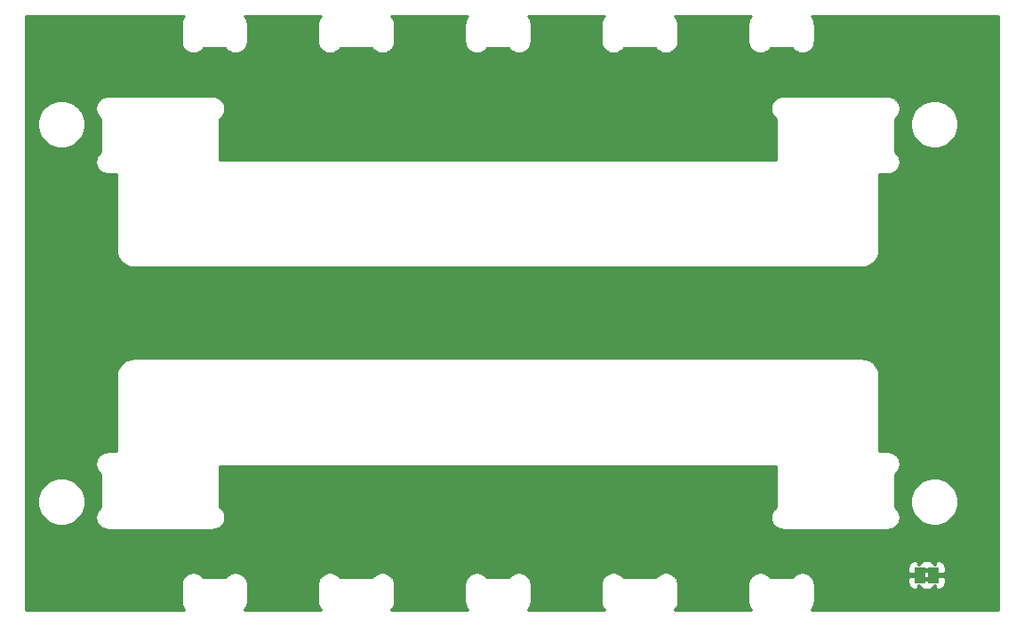
<source format=gbl>
G04 #@! TF.GenerationSoftware,KiCad,Pcbnew,(5.1.6-0-10_14)*
G04 #@! TF.CreationDate,2021-06-29T11:14:14+09:00*
G04 #@! TF.ProjectId,qPCR-holder,71504352-2d68-46f6-9c64-65722e6b6963,rev?*
G04 #@! TF.SameCoordinates,Original*
G04 #@! TF.FileFunction,Copper,L2,Bot*
G04 #@! TF.FilePolarity,Positive*
%FSLAX46Y46*%
G04 Gerber Fmt 4.6, Leading zero omitted, Abs format (unit mm)*
G04 Created by KiCad (PCBNEW (5.1.6-0-10_14)) date 2021-06-29 11:14:14*
%MOMM*%
%LPD*%
G01*
G04 APERTURE LIST*
G04 #@! TA.AperFunction,EtchedComponent*
%ADD10C,0.100000*%
G04 #@! TD*
G04 #@! TA.AperFunction,SMDPad,CuDef*
%ADD11R,1.000000X1.500000*%
G04 #@! TD*
G04 #@! TA.AperFunction,ViaPad*
%ADD12C,0.800000*%
G04 #@! TD*
G04 #@! TA.AperFunction,Conductor*
%ADD13C,0.250000*%
G04 #@! TD*
G04 #@! TA.AperFunction,Conductor*
%ADD14C,0.254000*%
G04 #@! TD*
G04 APERTURE END LIST*
D10*
G04 #@! TO.C,JP1*
G36*
X206250000Y-124300000D02*
G01*
X206750000Y-124300000D01*
X206750000Y-123900000D01*
X206250000Y-123900000D01*
X206250000Y-124300000D01*
G37*
G36*
X206250000Y-125100000D02*
G01*
X206750000Y-125100000D01*
X206750000Y-124700000D01*
X206250000Y-124700000D01*
X206250000Y-125100000D01*
G37*
G04 #@! TD*
D11*
G04 #@! TO.P,JP1,1*
G04 #@! TO.N,GND*
X205850000Y-124500000D03*
G04 #@! TO.P,JP1,2*
X207150000Y-124500000D03*
G04 #@! TD*
D12*
G04 #@! TO.N,GND*
X209000000Y-124500000D03*
X204500000Y-124500000D03*
G04 #@! TD*
D13*
G04 #@! TO.N,GND*
X205850000Y-124500000D02*
X204500000Y-124500000D01*
X207150000Y-124500000D02*
X209000000Y-124500000D01*
G04 #@! TD*
D14*
G04 #@! TO.N,GND*
G36*
X135770474Y-71208892D02*
G01*
X135764378Y-71216261D01*
X135702703Y-71291882D01*
X135668335Y-71343611D01*
X135633270Y-71394822D01*
X135628724Y-71403230D01*
X135628721Y-71403234D01*
X135628721Y-71403235D01*
X135582909Y-71489394D01*
X135559250Y-71546794D01*
X135534793Y-71603856D01*
X135531965Y-71612992D01*
X135503760Y-71706410D01*
X135491699Y-71767322D01*
X135478792Y-71828046D01*
X135477792Y-71837558D01*
X135468473Y-71932607D01*
X135465000Y-71967871D01*
X135465001Y-73635164D01*
X135468085Y-73666471D01*
X135468068Y-73671218D01*
X135469035Y-73680733D01*
X135473901Y-73725525D01*
X135474913Y-73735800D01*
X135475075Y-73736335D01*
X135479574Y-73777746D01*
X135492268Y-73838509D01*
X135504116Y-73899461D01*
X135506912Y-73908607D01*
X135536093Y-74001724D01*
X135560350Y-74058868D01*
X135583810Y-74116356D01*
X135588329Y-74124786D01*
X135635042Y-74210462D01*
X135669931Y-74261799D01*
X135704114Y-74313641D01*
X135710185Y-74321032D01*
X135772649Y-74396004D01*
X135816840Y-74439582D01*
X135860452Y-74483807D01*
X135867843Y-74489878D01*
X135943679Y-74551288D01*
X135995535Y-74585480D01*
X136046853Y-74620356D01*
X136055282Y-74624876D01*
X136055287Y-74624878D01*
X136055289Y-74624880D01*
X136055292Y-74624881D01*
X136141602Y-74670388D01*
X136199097Y-74693852D01*
X136256239Y-74718107D01*
X136265386Y-74720904D01*
X136358902Y-74748782D01*
X136419875Y-74760633D01*
X136480619Y-74773323D01*
X136490134Y-74774290D01*
X136587283Y-74783473D01*
X136649384Y-74783256D01*
X136711444Y-74783906D01*
X136720966Y-74783007D01*
X136818050Y-74773146D01*
X136878920Y-74760872D01*
X136939937Y-74749453D01*
X136949102Y-74746721D01*
X137042421Y-74718191D01*
X137099758Y-74694324D01*
X137157382Y-74671276D01*
X137165842Y-74666816D01*
X137251844Y-74620703D01*
X137303462Y-74586147D01*
X137355508Y-74552348D01*
X137362941Y-74546329D01*
X137438346Y-74484390D01*
X137438348Y-74484388D01*
X137464129Y-74463230D01*
X137640842Y-74286517D01*
X139659157Y-74286517D01*
X139835870Y-74463230D01*
X139860187Y-74483187D01*
X139863532Y-74486555D01*
X139870943Y-74492600D01*
X139906128Y-74520890D01*
X139914039Y-74527382D01*
X139914528Y-74527643D01*
X139946993Y-74553746D01*
X139998935Y-74587736D01*
X140050413Y-74622458D01*
X140058858Y-74626948D01*
X140145336Y-74672158D01*
X140202894Y-74695413D01*
X140260135Y-74719475D01*
X140269291Y-74722240D01*
X140362904Y-74749792D01*
X140423903Y-74761428D01*
X140484709Y-74773909D01*
X140494227Y-74774843D01*
X140591410Y-74783687D01*
X140653492Y-74783253D01*
X140715573Y-74783687D01*
X140725092Y-74782754D01*
X140822140Y-74772554D01*
X140883004Y-74760060D01*
X140943949Y-74748434D01*
X140953097Y-74745672D01*
X140953099Y-74745672D01*
X140953101Y-74745671D01*
X140953105Y-74745670D01*
X141046323Y-74716813D01*
X141103543Y-74692759D01*
X141161110Y-74669501D01*
X141169555Y-74665011D01*
X141255394Y-74618599D01*
X141306861Y-74583885D01*
X141358822Y-74549882D01*
X141366233Y-74543838D01*
X141441422Y-74481636D01*
X141485174Y-74437578D01*
X141529529Y-74394141D01*
X141535626Y-74386772D01*
X141597301Y-74311150D01*
X141631679Y-74259406D01*
X141666728Y-74208219D01*
X141671277Y-74199806D01*
X141717091Y-74113646D01*
X141740758Y-74056225D01*
X141765209Y-73999177D01*
X141768038Y-73990041D01*
X141796243Y-73896622D01*
X141808313Y-73835663D01*
X141821210Y-73774987D01*
X141822210Y-73765475D01*
X141831732Y-73668358D01*
X141831732Y-73668344D01*
X141835000Y-73635164D01*
X141835000Y-71967870D01*
X141831915Y-71936553D01*
X141831932Y-71931816D01*
X141830965Y-71922301D01*
X141826110Y-71877612D01*
X141825088Y-71867234D01*
X141824924Y-71866693D01*
X141820426Y-71825289D01*
X141807733Y-71764533D01*
X141795884Y-71703573D01*
X141793088Y-71694426D01*
X141763907Y-71601310D01*
X141739641Y-71544142D01*
X141716190Y-71486678D01*
X141711671Y-71478249D01*
X141664959Y-71392572D01*
X141630052Y-71341208D01*
X141595886Y-71289393D01*
X141589816Y-71282002D01*
X141527351Y-71207030D01*
X141505011Y-71185000D01*
X148794872Y-71185000D01*
X148770474Y-71208892D01*
X148764378Y-71216261D01*
X148702703Y-71291882D01*
X148668335Y-71343611D01*
X148633270Y-71394822D01*
X148628724Y-71403230D01*
X148628721Y-71403234D01*
X148628721Y-71403235D01*
X148582909Y-71489394D01*
X148559250Y-71546794D01*
X148534793Y-71603856D01*
X148531965Y-71612992D01*
X148503760Y-71706410D01*
X148491699Y-71767322D01*
X148478792Y-71828046D01*
X148477792Y-71837558D01*
X148468270Y-71934676D01*
X148465001Y-71967870D01*
X148465000Y-73635163D01*
X148468085Y-73666480D01*
X148468068Y-73671218D01*
X148469035Y-73680733D01*
X148473891Y-73725436D01*
X148474912Y-73735799D01*
X148475076Y-73736339D01*
X148479574Y-73777746D01*
X148492268Y-73838509D01*
X148504116Y-73899461D01*
X148506912Y-73908607D01*
X148536093Y-74001724D01*
X148560350Y-74058868D01*
X148583810Y-74116356D01*
X148588329Y-74124786D01*
X148635042Y-74210462D01*
X148669931Y-74261799D01*
X148704114Y-74313641D01*
X148710185Y-74321032D01*
X148772649Y-74396004D01*
X148816840Y-74439582D01*
X148860452Y-74483807D01*
X148867843Y-74489878D01*
X148943679Y-74551288D01*
X148995535Y-74585480D01*
X149046853Y-74620356D01*
X149055282Y-74624876D01*
X149055287Y-74624878D01*
X149055289Y-74624880D01*
X149055292Y-74624881D01*
X149141602Y-74670388D01*
X149199097Y-74693852D01*
X149256239Y-74718107D01*
X149265386Y-74720904D01*
X149358902Y-74748782D01*
X149419875Y-74760633D01*
X149480619Y-74773323D01*
X149490134Y-74774290D01*
X149587283Y-74783473D01*
X149649384Y-74783256D01*
X149711444Y-74783906D01*
X149720966Y-74783007D01*
X149818050Y-74773146D01*
X149878920Y-74760872D01*
X149939937Y-74749453D01*
X149949102Y-74746721D01*
X150042421Y-74718191D01*
X150099758Y-74694324D01*
X150157382Y-74671276D01*
X150165842Y-74666816D01*
X150251844Y-74620703D01*
X150303462Y-74586147D01*
X150355508Y-74552348D01*
X150362941Y-74546329D01*
X150438346Y-74484390D01*
X150438348Y-74484388D01*
X150464129Y-74463230D01*
X150640842Y-74286517D01*
X153659157Y-74286517D01*
X153835870Y-74463230D01*
X153860187Y-74483187D01*
X153863532Y-74486555D01*
X153870943Y-74492600D01*
X153906128Y-74520890D01*
X153914039Y-74527382D01*
X153914528Y-74527643D01*
X153946993Y-74553746D01*
X153998935Y-74587736D01*
X154050413Y-74622458D01*
X154058858Y-74626948D01*
X154145336Y-74672158D01*
X154202894Y-74695413D01*
X154260135Y-74719475D01*
X154269291Y-74722240D01*
X154362904Y-74749792D01*
X154423903Y-74761428D01*
X154484709Y-74773909D01*
X154494227Y-74774843D01*
X154591410Y-74783687D01*
X154653492Y-74783253D01*
X154715573Y-74783687D01*
X154725092Y-74782754D01*
X154822140Y-74772554D01*
X154883004Y-74760060D01*
X154943949Y-74748434D01*
X154953097Y-74745672D01*
X154953099Y-74745672D01*
X154953101Y-74745671D01*
X154953105Y-74745670D01*
X155046323Y-74716813D01*
X155103543Y-74692759D01*
X155161110Y-74669501D01*
X155169555Y-74665011D01*
X155255394Y-74618599D01*
X155306861Y-74583885D01*
X155358822Y-74549882D01*
X155366233Y-74543838D01*
X155441422Y-74481636D01*
X155485174Y-74437578D01*
X155529529Y-74394141D01*
X155535626Y-74386772D01*
X155597301Y-74311150D01*
X155631679Y-74259406D01*
X155666728Y-74208219D01*
X155671277Y-74199806D01*
X155717091Y-74113646D01*
X155740758Y-74056225D01*
X155765209Y-73999177D01*
X155768038Y-73990041D01*
X155796243Y-73896622D01*
X155808313Y-73835663D01*
X155821210Y-73774987D01*
X155822210Y-73765475D01*
X155831732Y-73668358D01*
X155831732Y-73668344D01*
X155835000Y-73635164D01*
X155835000Y-71967870D01*
X155831915Y-71936553D01*
X155831932Y-71931816D01*
X155830965Y-71922301D01*
X155826110Y-71877612D01*
X155825088Y-71867234D01*
X155824924Y-71866693D01*
X155820426Y-71825289D01*
X155807733Y-71764533D01*
X155795884Y-71703573D01*
X155793088Y-71694426D01*
X155763907Y-71601310D01*
X155739641Y-71544142D01*
X155716190Y-71486678D01*
X155711671Y-71478249D01*
X155664959Y-71392572D01*
X155630052Y-71341208D01*
X155595886Y-71289393D01*
X155589816Y-71282002D01*
X155527351Y-71207030D01*
X155505011Y-71185000D01*
X162794872Y-71185000D01*
X162770474Y-71208892D01*
X162764378Y-71216261D01*
X162702703Y-71291882D01*
X162668335Y-71343611D01*
X162633270Y-71394822D01*
X162628724Y-71403230D01*
X162628721Y-71403234D01*
X162628721Y-71403235D01*
X162582909Y-71489394D01*
X162559250Y-71546794D01*
X162534793Y-71603856D01*
X162531965Y-71612992D01*
X162503760Y-71706410D01*
X162491699Y-71767322D01*
X162478792Y-71828046D01*
X162477792Y-71837558D01*
X162468473Y-71932607D01*
X162465000Y-71967871D01*
X162465001Y-73635164D01*
X162468085Y-73666471D01*
X162468068Y-73671218D01*
X162469035Y-73680733D01*
X162473901Y-73725525D01*
X162474913Y-73735800D01*
X162475075Y-73736335D01*
X162479574Y-73777746D01*
X162492268Y-73838509D01*
X162504116Y-73899461D01*
X162506912Y-73908607D01*
X162536093Y-74001724D01*
X162560350Y-74058868D01*
X162583810Y-74116356D01*
X162588329Y-74124786D01*
X162635042Y-74210462D01*
X162669931Y-74261799D01*
X162704114Y-74313641D01*
X162710185Y-74321032D01*
X162772649Y-74396004D01*
X162816840Y-74439582D01*
X162860452Y-74483807D01*
X162867843Y-74489878D01*
X162943679Y-74551288D01*
X162995535Y-74585480D01*
X163046853Y-74620356D01*
X163055282Y-74624876D01*
X163055287Y-74624878D01*
X163055289Y-74624880D01*
X163055292Y-74624881D01*
X163141602Y-74670388D01*
X163199097Y-74693852D01*
X163256239Y-74718107D01*
X163265386Y-74720904D01*
X163358902Y-74748782D01*
X163419875Y-74760633D01*
X163480619Y-74773323D01*
X163490134Y-74774290D01*
X163587283Y-74783473D01*
X163649384Y-74783256D01*
X163711444Y-74783906D01*
X163720966Y-74783007D01*
X163818050Y-74773146D01*
X163878920Y-74760872D01*
X163939937Y-74749453D01*
X163949102Y-74746721D01*
X164042421Y-74718191D01*
X164099758Y-74694324D01*
X164157382Y-74671276D01*
X164165842Y-74666816D01*
X164251844Y-74620703D01*
X164303462Y-74586147D01*
X164355508Y-74552348D01*
X164362941Y-74546329D01*
X164438346Y-74484390D01*
X164438348Y-74484388D01*
X164464129Y-74463230D01*
X164640842Y-74286517D01*
X166659157Y-74286517D01*
X166835870Y-74463230D01*
X166860187Y-74483187D01*
X166863532Y-74486555D01*
X166870943Y-74492600D01*
X166906128Y-74520890D01*
X166914039Y-74527382D01*
X166914528Y-74527643D01*
X166946993Y-74553746D01*
X166998935Y-74587736D01*
X167050413Y-74622458D01*
X167058858Y-74626948D01*
X167145336Y-74672158D01*
X167202894Y-74695413D01*
X167260135Y-74719475D01*
X167269291Y-74722240D01*
X167362904Y-74749792D01*
X167423903Y-74761428D01*
X167484709Y-74773909D01*
X167494227Y-74774843D01*
X167591410Y-74783687D01*
X167653492Y-74783253D01*
X167715573Y-74783687D01*
X167725092Y-74782754D01*
X167822140Y-74772554D01*
X167883004Y-74760060D01*
X167943949Y-74748434D01*
X167953097Y-74745672D01*
X167953099Y-74745672D01*
X167953101Y-74745671D01*
X167953105Y-74745670D01*
X168046323Y-74716813D01*
X168103543Y-74692759D01*
X168161110Y-74669501D01*
X168169555Y-74665011D01*
X168255394Y-74618599D01*
X168306861Y-74583885D01*
X168358822Y-74549882D01*
X168366233Y-74543838D01*
X168441422Y-74481636D01*
X168485174Y-74437578D01*
X168529529Y-74394141D01*
X168535626Y-74386772D01*
X168597301Y-74311150D01*
X168631679Y-74259406D01*
X168666728Y-74208219D01*
X168671277Y-74199806D01*
X168717091Y-74113646D01*
X168740758Y-74056225D01*
X168765209Y-73999177D01*
X168768038Y-73990041D01*
X168796243Y-73896622D01*
X168808313Y-73835663D01*
X168821210Y-73774987D01*
X168822210Y-73765475D01*
X168831732Y-73668358D01*
X168831732Y-73668344D01*
X168835000Y-73635164D01*
X168835000Y-71967870D01*
X168831915Y-71936553D01*
X168831932Y-71931816D01*
X168830965Y-71922301D01*
X168826110Y-71877612D01*
X168825088Y-71867234D01*
X168824924Y-71866693D01*
X168820426Y-71825289D01*
X168807733Y-71764533D01*
X168795884Y-71703573D01*
X168793088Y-71694426D01*
X168763907Y-71601310D01*
X168739641Y-71544142D01*
X168716190Y-71486678D01*
X168711671Y-71478249D01*
X168664959Y-71392572D01*
X168630052Y-71341208D01*
X168595886Y-71289393D01*
X168589816Y-71282002D01*
X168527351Y-71207030D01*
X168505011Y-71185000D01*
X175794872Y-71185000D01*
X175770474Y-71208892D01*
X175764378Y-71216261D01*
X175702703Y-71291882D01*
X175668335Y-71343611D01*
X175633270Y-71394822D01*
X175628724Y-71403230D01*
X175628721Y-71403234D01*
X175628721Y-71403235D01*
X175582909Y-71489394D01*
X175559250Y-71546794D01*
X175534793Y-71603856D01*
X175531965Y-71612992D01*
X175503760Y-71706410D01*
X175491699Y-71767322D01*
X175478792Y-71828046D01*
X175477792Y-71837558D01*
X175468270Y-71934676D01*
X175465001Y-71967870D01*
X175465000Y-73635163D01*
X175468085Y-73666480D01*
X175468068Y-73671218D01*
X175469035Y-73680733D01*
X175473891Y-73725436D01*
X175474912Y-73735799D01*
X175475076Y-73736339D01*
X175479574Y-73777746D01*
X175492268Y-73838509D01*
X175504116Y-73899461D01*
X175506912Y-73908607D01*
X175536093Y-74001724D01*
X175560350Y-74058868D01*
X175583810Y-74116356D01*
X175588329Y-74124786D01*
X175635042Y-74210462D01*
X175669931Y-74261799D01*
X175704114Y-74313641D01*
X175710185Y-74321032D01*
X175772649Y-74396004D01*
X175816840Y-74439582D01*
X175860452Y-74483807D01*
X175867843Y-74489878D01*
X175943679Y-74551288D01*
X175995535Y-74585480D01*
X176046853Y-74620356D01*
X176055282Y-74624876D01*
X176055287Y-74624878D01*
X176055289Y-74624880D01*
X176055292Y-74624881D01*
X176141602Y-74670388D01*
X176199097Y-74693852D01*
X176256239Y-74718107D01*
X176265386Y-74720904D01*
X176358902Y-74748782D01*
X176419875Y-74760633D01*
X176480619Y-74773323D01*
X176490134Y-74774290D01*
X176587283Y-74783473D01*
X176649384Y-74783256D01*
X176711444Y-74783906D01*
X176720966Y-74783007D01*
X176818050Y-74773146D01*
X176878920Y-74760872D01*
X176939937Y-74749453D01*
X176949102Y-74746721D01*
X177042421Y-74718191D01*
X177099758Y-74694324D01*
X177157382Y-74671276D01*
X177165842Y-74666816D01*
X177251844Y-74620703D01*
X177303462Y-74586147D01*
X177355508Y-74552348D01*
X177362941Y-74546329D01*
X177438346Y-74484390D01*
X177438348Y-74484388D01*
X177464129Y-74463230D01*
X177640842Y-74286517D01*
X180659157Y-74286517D01*
X180835870Y-74463230D01*
X180860187Y-74483187D01*
X180863532Y-74486555D01*
X180870943Y-74492600D01*
X180906128Y-74520890D01*
X180914039Y-74527382D01*
X180914528Y-74527643D01*
X180946993Y-74553746D01*
X180998935Y-74587736D01*
X181050413Y-74622458D01*
X181058858Y-74626948D01*
X181145336Y-74672158D01*
X181202894Y-74695413D01*
X181260135Y-74719475D01*
X181269291Y-74722240D01*
X181362904Y-74749792D01*
X181423903Y-74761428D01*
X181484709Y-74773909D01*
X181494227Y-74774843D01*
X181591410Y-74783687D01*
X181653492Y-74783253D01*
X181715573Y-74783687D01*
X181725092Y-74782754D01*
X181822140Y-74772554D01*
X181883004Y-74760060D01*
X181943949Y-74748434D01*
X181953097Y-74745672D01*
X181953099Y-74745672D01*
X181953101Y-74745671D01*
X181953105Y-74745670D01*
X182046323Y-74716813D01*
X182103543Y-74692759D01*
X182161110Y-74669501D01*
X182169555Y-74665011D01*
X182255394Y-74618599D01*
X182306861Y-74583885D01*
X182358822Y-74549882D01*
X182366233Y-74543838D01*
X182441422Y-74481636D01*
X182485174Y-74437578D01*
X182529529Y-74394141D01*
X182535626Y-74386772D01*
X182597301Y-74311150D01*
X182631679Y-74259406D01*
X182666728Y-74208219D01*
X182671277Y-74199806D01*
X182717091Y-74113646D01*
X182740758Y-74056225D01*
X182765209Y-73999177D01*
X182768038Y-73990041D01*
X182796243Y-73896622D01*
X182808313Y-73835663D01*
X182821210Y-73774987D01*
X182822210Y-73765475D01*
X182831732Y-73668358D01*
X182831732Y-73668344D01*
X182835000Y-73635164D01*
X182835000Y-71967870D01*
X182831915Y-71936553D01*
X182831932Y-71931816D01*
X182830965Y-71922301D01*
X182826110Y-71877612D01*
X182825088Y-71867234D01*
X182824924Y-71866693D01*
X182820426Y-71825289D01*
X182807733Y-71764533D01*
X182795884Y-71703573D01*
X182793088Y-71694426D01*
X182763907Y-71601310D01*
X182739641Y-71544142D01*
X182716190Y-71486678D01*
X182711671Y-71478249D01*
X182664959Y-71392572D01*
X182630052Y-71341208D01*
X182595886Y-71289393D01*
X182589816Y-71282002D01*
X182527351Y-71207030D01*
X182505011Y-71185000D01*
X189794872Y-71185000D01*
X189770474Y-71208892D01*
X189764378Y-71216261D01*
X189702703Y-71291882D01*
X189668335Y-71343611D01*
X189633270Y-71394822D01*
X189628724Y-71403230D01*
X189628721Y-71403234D01*
X189628721Y-71403235D01*
X189582909Y-71489394D01*
X189559250Y-71546794D01*
X189534793Y-71603856D01*
X189531965Y-71612992D01*
X189503760Y-71706410D01*
X189491699Y-71767322D01*
X189478792Y-71828046D01*
X189477792Y-71837558D01*
X189468473Y-71932607D01*
X189465000Y-71967871D01*
X189465001Y-73635164D01*
X189468085Y-73666471D01*
X189468068Y-73671218D01*
X189469035Y-73680733D01*
X189473901Y-73725525D01*
X189474913Y-73735800D01*
X189475075Y-73736335D01*
X189479574Y-73777746D01*
X189492268Y-73838509D01*
X189504116Y-73899461D01*
X189506912Y-73908607D01*
X189536093Y-74001724D01*
X189560350Y-74058868D01*
X189583810Y-74116356D01*
X189588329Y-74124786D01*
X189635042Y-74210462D01*
X189669931Y-74261799D01*
X189704114Y-74313641D01*
X189710185Y-74321032D01*
X189772649Y-74396004D01*
X189816840Y-74439582D01*
X189860452Y-74483807D01*
X189867843Y-74489878D01*
X189943679Y-74551288D01*
X189995535Y-74585480D01*
X190046853Y-74620356D01*
X190055282Y-74624876D01*
X190055287Y-74624878D01*
X190055289Y-74624880D01*
X190055292Y-74624881D01*
X190141602Y-74670388D01*
X190199097Y-74693852D01*
X190256239Y-74718107D01*
X190265386Y-74720904D01*
X190358902Y-74748782D01*
X190419875Y-74760633D01*
X190480619Y-74773323D01*
X190490134Y-74774290D01*
X190587283Y-74783473D01*
X190649384Y-74783256D01*
X190711444Y-74783906D01*
X190720966Y-74783007D01*
X190818050Y-74773146D01*
X190878920Y-74760872D01*
X190939937Y-74749453D01*
X190949102Y-74746721D01*
X191042421Y-74718191D01*
X191099758Y-74694324D01*
X191157382Y-74671276D01*
X191165842Y-74666816D01*
X191251844Y-74620703D01*
X191303462Y-74586147D01*
X191355508Y-74552348D01*
X191362941Y-74546329D01*
X191438346Y-74484390D01*
X191438348Y-74484388D01*
X191464129Y-74463230D01*
X191640842Y-74286517D01*
X193659157Y-74286517D01*
X193835870Y-74463230D01*
X193860187Y-74483187D01*
X193863532Y-74486555D01*
X193870943Y-74492600D01*
X193906128Y-74520890D01*
X193914039Y-74527382D01*
X193914528Y-74527643D01*
X193946993Y-74553746D01*
X193998935Y-74587736D01*
X194050413Y-74622458D01*
X194058858Y-74626948D01*
X194145336Y-74672158D01*
X194202894Y-74695413D01*
X194260135Y-74719475D01*
X194269291Y-74722240D01*
X194362904Y-74749792D01*
X194423903Y-74761428D01*
X194484709Y-74773909D01*
X194494227Y-74774843D01*
X194591410Y-74783687D01*
X194653492Y-74783253D01*
X194715573Y-74783687D01*
X194725092Y-74782754D01*
X194822140Y-74772554D01*
X194883004Y-74760060D01*
X194943949Y-74748434D01*
X194953097Y-74745672D01*
X194953099Y-74745672D01*
X194953101Y-74745671D01*
X194953105Y-74745670D01*
X195046323Y-74716813D01*
X195103543Y-74692759D01*
X195161110Y-74669501D01*
X195169555Y-74665011D01*
X195255394Y-74618599D01*
X195306861Y-74583885D01*
X195358822Y-74549882D01*
X195366233Y-74543838D01*
X195441422Y-74481636D01*
X195485174Y-74437578D01*
X195529529Y-74394141D01*
X195535626Y-74386772D01*
X195597301Y-74311150D01*
X195631679Y-74259406D01*
X195666728Y-74208219D01*
X195671277Y-74199806D01*
X195717091Y-74113646D01*
X195740758Y-74056225D01*
X195765209Y-73999177D01*
X195768038Y-73990041D01*
X195796243Y-73896622D01*
X195808313Y-73835663D01*
X195821210Y-73774987D01*
X195822210Y-73765475D01*
X195831732Y-73668358D01*
X195831732Y-73668344D01*
X195835000Y-73635164D01*
X195835000Y-71967870D01*
X195831915Y-71936553D01*
X195831932Y-71931816D01*
X195830965Y-71922301D01*
X195826110Y-71877612D01*
X195825088Y-71867234D01*
X195824924Y-71866693D01*
X195820426Y-71825289D01*
X195807733Y-71764533D01*
X195795884Y-71703573D01*
X195793088Y-71694426D01*
X195763907Y-71601310D01*
X195739641Y-71544142D01*
X195716190Y-71486678D01*
X195711671Y-71478249D01*
X195664959Y-71392572D01*
X195630052Y-71341208D01*
X195595886Y-71289393D01*
X195589816Y-71282002D01*
X195527351Y-71207030D01*
X195505011Y-71185000D01*
X213315000Y-71185000D01*
X213315001Y-127815000D01*
X195505130Y-127815000D01*
X195529522Y-127791114D01*
X195535618Y-127783744D01*
X195535623Y-127783739D01*
X195535627Y-127783733D01*
X195597294Y-127708123D01*
X195631632Y-127656442D01*
X195666733Y-127605177D01*
X195671282Y-127596764D01*
X195717094Y-127510603D01*
X195740758Y-127453187D01*
X195765208Y-127396144D01*
X195768036Y-127387008D01*
X195796241Y-127293590D01*
X195808303Y-127232670D01*
X195821209Y-127171953D01*
X195822209Y-127162441D01*
X195831731Y-127065324D01*
X195831731Y-127065320D01*
X195835000Y-127032130D01*
X195835000Y-125364836D01*
X195831916Y-125333529D01*
X195831933Y-125328789D01*
X195830967Y-125319274D01*
X195826094Y-125274410D01*
X195825088Y-125264200D01*
X195824927Y-125263669D01*
X195820429Y-125222262D01*
X195807738Y-125161509D01*
X195795885Y-125100535D01*
X195793089Y-125091389D01*
X195763906Y-124998270D01*
X195739643Y-124941112D01*
X195716191Y-124883643D01*
X195711672Y-124875214D01*
X195664960Y-124789537D01*
X195630053Y-124738173D01*
X195595887Y-124686358D01*
X195589817Y-124678967D01*
X195527352Y-124603995D01*
X195483146Y-124560402D01*
X195439553Y-124516196D01*
X195432163Y-124510125D01*
X195356326Y-124448714D01*
X195304514Y-124414550D01*
X195253143Y-124379639D01*
X195244714Y-124375119D01*
X195158394Y-124329608D01*
X195100885Y-124306139D01*
X195043762Y-124281892D01*
X195034615Y-124279095D01*
X194941099Y-124251217D01*
X194880150Y-124239370D01*
X194819389Y-124226676D01*
X194809873Y-124225709D01*
X194712724Y-124216525D01*
X194650646Y-124216742D01*
X194588550Y-124216092D01*
X194579028Y-124216992D01*
X194481943Y-124226854D01*
X194421102Y-124239122D01*
X194360065Y-124250545D01*
X194350900Y-124253277D01*
X194257580Y-124281807D01*
X194200243Y-124305674D01*
X194142614Y-124328724D01*
X194134161Y-124333181D01*
X194134157Y-124333183D01*
X194134154Y-124333185D01*
X194048154Y-124379298D01*
X193996585Y-124413821D01*
X193944495Y-124447648D01*
X193937062Y-124453667D01*
X193861656Y-124515606D01*
X193861646Y-124515616D01*
X193835870Y-124536770D01*
X193659157Y-124713483D01*
X191640842Y-124713483D01*
X191464129Y-124536770D01*
X191439812Y-124516814D01*
X191436468Y-124513446D01*
X191429057Y-124507401D01*
X191393883Y-124479120D01*
X191385960Y-124472618D01*
X191385470Y-124472356D01*
X191353007Y-124446255D01*
X191301053Y-124412257D01*
X191249584Y-124377542D01*
X191241139Y-124373051D01*
X191154660Y-124327841D01*
X191097125Y-124304596D01*
X191039866Y-124280526D01*
X191030710Y-124277762D01*
X190937098Y-124250210D01*
X190876115Y-124238577D01*
X190815292Y-124226092D01*
X190805773Y-124225158D01*
X190708591Y-124216314D01*
X190646509Y-124216748D01*
X190584427Y-124216314D01*
X190574909Y-124217247D01*
X190477860Y-124227447D01*
X190417017Y-124239936D01*
X190356058Y-124251565D01*
X190346902Y-124254329D01*
X190253683Y-124283185D01*
X190196434Y-124307251D01*
X190138881Y-124330504D01*
X190130436Y-124334994D01*
X190044598Y-124381406D01*
X189993115Y-124416133D01*
X189941179Y-124450119D01*
X189933767Y-124456163D01*
X189858579Y-124518365D01*
X189814818Y-124562432D01*
X189770478Y-124605853D01*
X189764381Y-124613222D01*
X189702706Y-124688843D01*
X189668368Y-124740524D01*
X189633267Y-124791789D01*
X189628718Y-124800202D01*
X189582906Y-124886363D01*
X189559242Y-124943779D01*
X189534792Y-125000822D01*
X189531964Y-125009958D01*
X189503759Y-125103376D01*
X189491698Y-125164288D01*
X189478791Y-125225012D01*
X189477791Y-125234524D01*
X189468269Y-125331642D01*
X189468269Y-125331656D01*
X189465001Y-125364836D01*
X189465000Y-127032129D01*
X189468085Y-127063446D01*
X189468068Y-127068184D01*
X189469035Y-127077699D01*
X189473891Y-127122402D01*
X189474912Y-127132765D01*
X189475076Y-127133305D01*
X189479574Y-127174712D01*
X189492268Y-127235475D01*
X189504116Y-127296427D01*
X189506912Y-127305573D01*
X189536093Y-127398690D01*
X189560350Y-127455834D01*
X189583810Y-127513322D01*
X189588329Y-127521752D01*
X189635042Y-127607428D01*
X189669931Y-127658765D01*
X189704114Y-127710607D01*
X189710185Y-127717998D01*
X189772649Y-127792970D01*
X189794989Y-127815000D01*
X182505130Y-127815000D01*
X182529522Y-127791114D01*
X182535618Y-127783744D01*
X182535623Y-127783739D01*
X182535627Y-127783733D01*
X182597294Y-127708123D01*
X182631632Y-127656442D01*
X182666733Y-127605177D01*
X182671282Y-127596764D01*
X182717094Y-127510603D01*
X182740758Y-127453187D01*
X182765208Y-127396144D01*
X182768036Y-127387008D01*
X182796241Y-127293590D01*
X182808303Y-127232670D01*
X182821209Y-127171953D01*
X182822209Y-127162441D01*
X182831731Y-127065324D01*
X182831731Y-127065320D01*
X182835000Y-127032130D01*
X182835000Y-125364836D01*
X182831916Y-125333529D01*
X182831933Y-125328789D01*
X182830967Y-125319274D01*
X182826094Y-125274410D01*
X182825088Y-125264200D01*
X182824927Y-125263669D01*
X182820429Y-125222262D01*
X182807738Y-125161509D01*
X182795885Y-125100535D01*
X182793089Y-125091389D01*
X182763906Y-124998270D01*
X182739643Y-124941112D01*
X182716191Y-124883643D01*
X182711672Y-124875214D01*
X182664960Y-124789537D01*
X182630053Y-124738173D01*
X182595887Y-124686358D01*
X182589817Y-124678967D01*
X182527352Y-124603995D01*
X182483146Y-124560402D01*
X182439553Y-124516196D01*
X182432163Y-124510125D01*
X182356326Y-124448714D01*
X182304514Y-124414550D01*
X182253143Y-124379639D01*
X182244714Y-124375119D01*
X182158394Y-124329608D01*
X182100885Y-124306139D01*
X182043762Y-124281892D01*
X182034615Y-124279095D01*
X181941099Y-124251217D01*
X181880150Y-124239370D01*
X181819389Y-124226676D01*
X181809873Y-124225709D01*
X181712724Y-124216525D01*
X181650646Y-124216742D01*
X181588550Y-124216092D01*
X181579028Y-124216992D01*
X181481943Y-124226854D01*
X181421102Y-124239122D01*
X181360065Y-124250545D01*
X181350900Y-124253277D01*
X181257580Y-124281807D01*
X181200243Y-124305674D01*
X181142614Y-124328724D01*
X181134161Y-124333181D01*
X181134157Y-124333183D01*
X181134154Y-124333185D01*
X181048154Y-124379298D01*
X180996585Y-124413821D01*
X180944495Y-124447648D01*
X180937062Y-124453667D01*
X180861656Y-124515606D01*
X180861646Y-124515616D01*
X180835870Y-124536770D01*
X180659157Y-124713483D01*
X177640842Y-124713483D01*
X177464129Y-124536770D01*
X177439812Y-124516814D01*
X177436468Y-124513446D01*
X177429057Y-124507401D01*
X177393883Y-124479120D01*
X177385960Y-124472618D01*
X177385470Y-124472356D01*
X177353007Y-124446255D01*
X177301053Y-124412257D01*
X177249584Y-124377542D01*
X177241139Y-124373051D01*
X177154660Y-124327841D01*
X177097125Y-124304596D01*
X177039866Y-124280526D01*
X177030710Y-124277762D01*
X176937098Y-124250210D01*
X176876115Y-124238577D01*
X176815292Y-124226092D01*
X176805773Y-124225158D01*
X176708591Y-124216314D01*
X176646509Y-124216748D01*
X176584427Y-124216314D01*
X176574909Y-124217247D01*
X176477860Y-124227447D01*
X176417017Y-124239936D01*
X176356058Y-124251565D01*
X176346902Y-124254329D01*
X176253683Y-124283185D01*
X176196434Y-124307251D01*
X176138881Y-124330504D01*
X176130436Y-124334994D01*
X176044598Y-124381406D01*
X175993115Y-124416133D01*
X175941179Y-124450119D01*
X175933767Y-124456163D01*
X175858579Y-124518365D01*
X175814818Y-124562432D01*
X175770478Y-124605853D01*
X175764381Y-124613222D01*
X175702706Y-124688843D01*
X175668368Y-124740524D01*
X175633267Y-124791789D01*
X175628718Y-124800202D01*
X175582906Y-124886363D01*
X175559242Y-124943779D01*
X175534792Y-125000822D01*
X175531964Y-125009958D01*
X175503759Y-125103376D01*
X175491698Y-125164288D01*
X175478791Y-125225012D01*
X175477791Y-125234524D01*
X175468269Y-125331642D01*
X175465000Y-125364837D01*
X175465001Y-127032130D01*
X175468085Y-127063437D01*
X175468068Y-127068184D01*
X175469035Y-127077699D01*
X175473901Y-127122491D01*
X175474913Y-127132766D01*
X175475075Y-127133301D01*
X175479574Y-127174712D01*
X175492268Y-127235475D01*
X175504116Y-127296427D01*
X175506912Y-127305573D01*
X175536093Y-127398690D01*
X175560350Y-127455834D01*
X175583810Y-127513322D01*
X175588329Y-127521752D01*
X175635042Y-127607428D01*
X175669931Y-127658765D01*
X175704114Y-127710607D01*
X175710185Y-127717998D01*
X175772649Y-127792970D01*
X175794989Y-127815000D01*
X168505130Y-127815000D01*
X168529522Y-127791114D01*
X168535618Y-127783744D01*
X168535623Y-127783739D01*
X168535627Y-127783733D01*
X168597294Y-127708123D01*
X168631632Y-127656442D01*
X168666733Y-127605177D01*
X168671282Y-127596764D01*
X168717094Y-127510603D01*
X168740758Y-127453187D01*
X168765208Y-127396144D01*
X168768036Y-127387008D01*
X168796241Y-127293590D01*
X168808303Y-127232670D01*
X168821209Y-127171953D01*
X168822209Y-127162441D01*
X168831731Y-127065324D01*
X168831731Y-127065320D01*
X168835000Y-127032130D01*
X168835000Y-125364836D01*
X168831916Y-125333529D01*
X168831933Y-125328789D01*
X168830967Y-125319274D01*
X168826094Y-125274410D01*
X168825088Y-125264200D01*
X168824927Y-125263669D01*
X168820429Y-125222262D01*
X168807738Y-125161509D01*
X168795885Y-125100535D01*
X168793089Y-125091389D01*
X168763906Y-124998270D01*
X168739643Y-124941112D01*
X168716191Y-124883643D01*
X168711672Y-124875214D01*
X168664960Y-124789537D01*
X168630053Y-124738173D01*
X168595887Y-124686358D01*
X168589817Y-124678967D01*
X168527352Y-124603995D01*
X168483146Y-124560402D01*
X168439553Y-124516196D01*
X168432163Y-124510125D01*
X168356326Y-124448714D01*
X168304514Y-124414550D01*
X168253143Y-124379639D01*
X168244714Y-124375119D01*
X168158394Y-124329608D01*
X168100885Y-124306139D01*
X168043762Y-124281892D01*
X168034615Y-124279095D01*
X167941099Y-124251217D01*
X167880150Y-124239370D01*
X167819389Y-124226676D01*
X167809873Y-124225709D01*
X167712724Y-124216525D01*
X167650646Y-124216742D01*
X167588550Y-124216092D01*
X167579028Y-124216992D01*
X167481943Y-124226854D01*
X167421102Y-124239122D01*
X167360065Y-124250545D01*
X167350900Y-124253277D01*
X167257580Y-124281807D01*
X167200243Y-124305674D01*
X167142614Y-124328724D01*
X167134161Y-124333181D01*
X167134157Y-124333183D01*
X167134154Y-124333185D01*
X167048154Y-124379298D01*
X166996585Y-124413821D01*
X166944495Y-124447648D01*
X166937062Y-124453667D01*
X166861656Y-124515606D01*
X166861646Y-124515616D01*
X166835870Y-124536770D01*
X166659157Y-124713483D01*
X164640842Y-124713483D01*
X164464129Y-124536770D01*
X164439812Y-124516814D01*
X164436468Y-124513446D01*
X164429057Y-124507401D01*
X164393883Y-124479120D01*
X164385960Y-124472618D01*
X164385470Y-124472356D01*
X164353007Y-124446255D01*
X164301053Y-124412257D01*
X164249584Y-124377542D01*
X164241139Y-124373051D01*
X164154660Y-124327841D01*
X164097125Y-124304596D01*
X164039866Y-124280526D01*
X164030710Y-124277762D01*
X163937098Y-124250210D01*
X163876115Y-124238577D01*
X163815292Y-124226092D01*
X163805773Y-124225158D01*
X163708591Y-124216314D01*
X163646509Y-124216748D01*
X163584427Y-124216314D01*
X163574909Y-124217247D01*
X163477860Y-124227447D01*
X163417017Y-124239936D01*
X163356058Y-124251565D01*
X163346902Y-124254329D01*
X163253683Y-124283185D01*
X163196434Y-124307251D01*
X163138881Y-124330504D01*
X163130436Y-124334994D01*
X163044598Y-124381406D01*
X162993115Y-124416133D01*
X162941179Y-124450119D01*
X162933767Y-124456163D01*
X162858579Y-124518365D01*
X162814818Y-124562432D01*
X162770478Y-124605853D01*
X162764381Y-124613222D01*
X162702706Y-124688843D01*
X162668368Y-124740524D01*
X162633267Y-124791789D01*
X162628718Y-124800202D01*
X162582906Y-124886363D01*
X162559242Y-124943779D01*
X162534792Y-125000822D01*
X162531964Y-125009958D01*
X162503759Y-125103376D01*
X162491698Y-125164288D01*
X162478791Y-125225012D01*
X162477791Y-125234524D01*
X162468269Y-125331642D01*
X162468269Y-125331656D01*
X162465001Y-125364836D01*
X162465000Y-127032129D01*
X162468085Y-127063446D01*
X162468068Y-127068184D01*
X162469035Y-127077699D01*
X162473891Y-127122402D01*
X162474912Y-127132765D01*
X162475076Y-127133305D01*
X162479574Y-127174712D01*
X162492268Y-127235475D01*
X162504116Y-127296427D01*
X162506912Y-127305573D01*
X162536093Y-127398690D01*
X162560350Y-127455834D01*
X162583810Y-127513322D01*
X162588329Y-127521752D01*
X162635042Y-127607428D01*
X162669931Y-127658765D01*
X162704114Y-127710607D01*
X162710185Y-127717998D01*
X162772649Y-127792970D01*
X162794989Y-127815000D01*
X155505130Y-127815000D01*
X155529522Y-127791114D01*
X155535618Y-127783744D01*
X155535623Y-127783739D01*
X155535627Y-127783733D01*
X155597294Y-127708123D01*
X155631632Y-127656442D01*
X155666733Y-127605177D01*
X155671282Y-127596764D01*
X155717094Y-127510603D01*
X155740758Y-127453187D01*
X155765208Y-127396144D01*
X155768036Y-127387008D01*
X155796241Y-127293590D01*
X155808303Y-127232670D01*
X155821209Y-127171953D01*
X155822209Y-127162441D01*
X155831731Y-127065324D01*
X155831731Y-127065320D01*
X155835000Y-127032130D01*
X155835000Y-125364836D01*
X155831916Y-125333529D01*
X155831933Y-125328789D01*
X155830967Y-125319274D01*
X155826094Y-125274410D01*
X155825088Y-125264200D01*
X155824927Y-125263669D01*
X155820429Y-125222262D01*
X155807738Y-125161509D01*
X155795885Y-125100535D01*
X155793089Y-125091389D01*
X155763906Y-124998270D01*
X155739643Y-124941112D01*
X155716191Y-124883643D01*
X155711672Y-124875214D01*
X155664960Y-124789537D01*
X155630053Y-124738173D01*
X155595887Y-124686358D01*
X155589817Y-124678967D01*
X155527352Y-124603995D01*
X155483146Y-124560402D01*
X155439553Y-124516196D01*
X155432163Y-124510125D01*
X155356326Y-124448714D01*
X155304514Y-124414550D01*
X155253143Y-124379639D01*
X155244714Y-124375119D01*
X155158394Y-124329608D01*
X155100885Y-124306139D01*
X155043762Y-124281892D01*
X155034615Y-124279095D01*
X154941099Y-124251217D01*
X154880150Y-124239370D01*
X154819389Y-124226676D01*
X154809873Y-124225709D01*
X154712724Y-124216525D01*
X154650646Y-124216742D01*
X154588550Y-124216092D01*
X154579028Y-124216992D01*
X154481943Y-124226854D01*
X154421102Y-124239122D01*
X154360065Y-124250545D01*
X154350900Y-124253277D01*
X154257580Y-124281807D01*
X154200243Y-124305674D01*
X154142614Y-124328724D01*
X154134161Y-124333181D01*
X154134157Y-124333183D01*
X154134154Y-124333185D01*
X154048154Y-124379298D01*
X153996585Y-124413821D01*
X153944495Y-124447648D01*
X153937062Y-124453667D01*
X153861656Y-124515606D01*
X153861646Y-124515616D01*
X153835870Y-124536770D01*
X153659157Y-124713483D01*
X150640842Y-124713483D01*
X150464129Y-124536770D01*
X150439812Y-124516814D01*
X150436468Y-124513446D01*
X150429057Y-124507401D01*
X150393883Y-124479120D01*
X150385960Y-124472618D01*
X150385470Y-124472356D01*
X150353007Y-124446255D01*
X150301053Y-124412257D01*
X150249584Y-124377542D01*
X150241139Y-124373051D01*
X150154660Y-124327841D01*
X150097125Y-124304596D01*
X150039866Y-124280526D01*
X150030710Y-124277762D01*
X149937098Y-124250210D01*
X149876115Y-124238577D01*
X149815292Y-124226092D01*
X149805773Y-124225158D01*
X149708591Y-124216314D01*
X149646509Y-124216748D01*
X149584427Y-124216314D01*
X149574909Y-124217247D01*
X149477860Y-124227447D01*
X149417017Y-124239936D01*
X149356058Y-124251565D01*
X149346902Y-124254329D01*
X149253683Y-124283185D01*
X149196434Y-124307251D01*
X149138881Y-124330504D01*
X149130436Y-124334994D01*
X149044598Y-124381406D01*
X148993115Y-124416133D01*
X148941179Y-124450119D01*
X148933767Y-124456163D01*
X148858579Y-124518365D01*
X148814818Y-124562432D01*
X148770478Y-124605853D01*
X148764381Y-124613222D01*
X148702706Y-124688843D01*
X148668368Y-124740524D01*
X148633267Y-124791789D01*
X148628718Y-124800202D01*
X148582906Y-124886363D01*
X148559242Y-124943779D01*
X148534792Y-125000822D01*
X148531964Y-125009958D01*
X148503759Y-125103376D01*
X148491698Y-125164288D01*
X148478791Y-125225012D01*
X148477791Y-125234524D01*
X148468269Y-125331642D01*
X148465000Y-125364837D01*
X148465001Y-127032130D01*
X148468085Y-127063437D01*
X148468068Y-127068184D01*
X148469035Y-127077699D01*
X148473901Y-127122491D01*
X148474913Y-127132766D01*
X148475075Y-127133301D01*
X148479574Y-127174712D01*
X148492268Y-127235475D01*
X148504116Y-127296427D01*
X148506912Y-127305573D01*
X148536093Y-127398690D01*
X148560350Y-127455834D01*
X148583810Y-127513322D01*
X148588329Y-127521752D01*
X148635042Y-127607428D01*
X148669931Y-127658765D01*
X148704114Y-127710607D01*
X148710185Y-127717998D01*
X148772649Y-127792970D01*
X148794989Y-127815000D01*
X141505130Y-127815000D01*
X141529522Y-127791114D01*
X141535618Y-127783744D01*
X141535623Y-127783739D01*
X141535627Y-127783733D01*
X141597294Y-127708123D01*
X141631632Y-127656442D01*
X141666733Y-127605177D01*
X141671282Y-127596764D01*
X141717094Y-127510603D01*
X141740758Y-127453187D01*
X141765208Y-127396144D01*
X141768036Y-127387008D01*
X141796241Y-127293590D01*
X141808303Y-127232670D01*
X141821209Y-127171953D01*
X141822209Y-127162441D01*
X141831731Y-127065324D01*
X141831731Y-127065320D01*
X141835000Y-127032130D01*
X141835000Y-125364836D01*
X141831916Y-125333529D01*
X141831933Y-125328789D01*
X141830967Y-125319274D01*
X141826094Y-125274410D01*
X141825088Y-125264200D01*
X141824927Y-125263669D01*
X141820429Y-125222262D01*
X141807738Y-125161509D01*
X141795885Y-125100535D01*
X141793089Y-125091389D01*
X141763906Y-124998270D01*
X141739643Y-124941112D01*
X141716191Y-124883643D01*
X141711672Y-124875214D01*
X141664960Y-124789537D01*
X141630053Y-124738173D01*
X141595887Y-124686358D01*
X141589817Y-124678967D01*
X141527352Y-124603995D01*
X141483146Y-124560402D01*
X141439553Y-124516196D01*
X141432163Y-124510125D01*
X141356326Y-124448714D01*
X141304514Y-124414550D01*
X141253143Y-124379639D01*
X141244714Y-124375119D01*
X141158394Y-124329608D01*
X141100885Y-124306139D01*
X141043762Y-124281892D01*
X141034615Y-124279095D01*
X140941099Y-124251217D01*
X140880150Y-124239370D01*
X140819389Y-124226676D01*
X140809873Y-124225709D01*
X140712724Y-124216525D01*
X140650646Y-124216742D01*
X140588550Y-124216092D01*
X140579028Y-124216992D01*
X140481943Y-124226854D01*
X140421102Y-124239122D01*
X140360065Y-124250545D01*
X140350900Y-124253277D01*
X140257580Y-124281807D01*
X140200243Y-124305674D01*
X140142614Y-124328724D01*
X140134161Y-124333181D01*
X140134157Y-124333183D01*
X140134154Y-124333185D01*
X140048154Y-124379298D01*
X139996585Y-124413821D01*
X139944495Y-124447648D01*
X139937062Y-124453667D01*
X139861656Y-124515606D01*
X139861646Y-124515616D01*
X139835870Y-124536770D01*
X139659157Y-124713483D01*
X137640842Y-124713483D01*
X137464129Y-124536770D01*
X137439812Y-124516814D01*
X137436468Y-124513446D01*
X137429057Y-124507401D01*
X137393883Y-124479120D01*
X137385960Y-124472618D01*
X137385470Y-124472356D01*
X137353007Y-124446255D01*
X137301053Y-124412257D01*
X137249584Y-124377542D01*
X137241139Y-124373051D01*
X137154660Y-124327841D01*
X137097125Y-124304596D01*
X137039866Y-124280526D01*
X137030710Y-124277762D01*
X136937098Y-124250210D01*
X136876115Y-124238577D01*
X136815292Y-124226092D01*
X136805773Y-124225158D01*
X136708591Y-124216314D01*
X136646509Y-124216748D01*
X136584427Y-124216314D01*
X136574909Y-124217247D01*
X136477860Y-124227447D01*
X136417017Y-124239936D01*
X136356058Y-124251565D01*
X136346902Y-124254329D01*
X136253683Y-124283185D01*
X136196434Y-124307251D01*
X136138881Y-124330504D01*
X136130436Y-124334994D01*
X136044598Y-124381406D01*
X135993115Y-124416133D01*
X135941179Y-124450119D01*
X135933767Y-124456163D01*
X135858579Y-124518365D01*
X135814818Y-124562432D01*
X135770478Y-124605853D01*
X135764381Y-124613222D01*
X135702706Y-124688843D01*
X135668368Y-124740524D01*
X135633267Y-124791789D01*
X135628718Y-124800202D01*
X135582906Y-124886363D01*
X135559242Y-124943779D01*
X135534792Y-125000822D01*
X135531964Y-125009958D01*
X135503759Y-125103376D01*
X135491698Y-125164288D01*
X135478791Y-125225012D01*
X135477791Y-125234524D01*
X135468269Y-125331642D01*
X135468269Y-125331656D01*
X135465001Y-125364836D01*
X135465000Y-127032129D01*
X135468085Y-127063446D01*
X135468068Y-127068184D01*
X135469035Y-127077699D01*
X135473891Y-127122402D01*
X135474912Y-127132765D01*
X135475076Y-127133305D01*
X135479574Y-127174712D01*
X135492268Y-127235475D01*
X135504116Y-127296427D01*
X135506912Y-127305573D01*
X135536093Y-127398690D01*
X135560350Y-127455834D01*
X135583810Y-127513322D01*
X135588329Y-127521752D01*
X135635042Y-127607428D01*
X135669931Y-127658765D01*
X135704114Y-127710607D01*
X135710185Y-127717998D01*
X135772649Y-127792970D01*
X135794989Y-127815000D01*
X120685000Y-127815000D01*
X120685000Y-123750000D01*
X204711928Y-123750000D01*
X204715000Y-124214250D01*
X204873750Y-124373000D01*
X205622063Y-124373000D01*
X205626248Y-124418987D01*
X205626875Y-124421118D01*
X205627093Y-124423339D01*
X205644388Y-124480621D01*
X205650220Y-124500438D01*
X205646966Y-124510950D01*
X205628876Y-124567976D01*
X205628627Y-124570192D01*
X205627970Y-124572316D01*
X205622222Y-124627000D01*
X204873750Y-124627000D01*
X204715000Y-124785750D01*
X204711928Y-125250000D01*
X204724188Y-125374482D01*
X204760498Y-125494180D01*
X204819463Y-125604494D01*
X204898815Y-125701185D01*
X204995506Y-125780537D01*
X205105820Y-125839502D01*
X205225518Y-125875812D01*
X205350000Y-125888072D01*
X205564250Y-125885000D01*
X205723000Y-125726250D01*
X205723000Y-125453740D01*
X205758883Y-125497737D01*
X205796310Y-125544286D01*
X205798015Y-125545717D01*
X205799423Y-125547443D01*
X205845473Y-125585539D01*
X205891246Y-125623947D01*
X205893198Y-125625020D01*
X205894913Y-125626439D01*
X205947461Y-125654851D01*
X205977000Y-125671091D01*
X205977000Y-125726250D01*
X206135750Y-125885000D01*
X206350000Y-125888072D01*
X206474482Y-125875812D01*
X206500000Y-125868071D01*
X206525518Y-125875812D01*
X206650000Y-125888072D01*
X206864250Y-125885000D01*
X207023000Y-125726250D01*
X207023000Y-125670593D01*
X207044781Y-125659012D01*
X207097703Y-125631345D01*
X207099437Y-125629951D01*
X207101404Y-125628905D01*
X207147737Y-125591117D01*
X207194286Y-125553690D01*
X207195717Y-125551985D01*
X207197443Y-125550577D01*
X207235539Y-125504527D01*
X207273947Y-125458754D01*
X207275020Y-125456802D01*
X207276439Y-125455087D01*
X207277000Y-125454049D01*
X207277000Y-125726250D01*
X207435750Y-125885000D01*
X207650000Y-125888072D01*
X207774482Y-125875812D01*
X207894180Y-125839502D01*
X208004494Y-125780537D01*
X208101185Y-125701185D01*
X208180537Y-125604494D01*
X208239502Y-125494180D01*
X208275812Y-125374482D01*
X208288072Y-125250000D01*
X208285000Y-124785750D01*
X208126250Y-124627000D01*
X207377937Y-124627000D01*
X207373752Y-124581013D01*
X207373125Y-124578882D01*
X207372907Y-124576661D01*
X207355612Y-124519379D01*
X207349780Y-124499562D01*
X207353034Y-124489050D01*
X207371124Y-124432024D01*
X207371373Y-124429808D01*
X207372030Y-124427684D01*
X207377778Y-124373000D01*
X208126250Y-124373000D01*
X208285000Y-124214250D01*
X208288072Y-123750000D01*
X208275812Y-123625518D01*
X208239502Y-123505820D01*
X208180537Y-123395506D01*
X208101185Y-123298815D01*
X208004494Y-123219463D01*
X207894180Y-123160498D01*
X207774482Y-123124188D01*
X207650000Y-123111928D01*
X207435750Y-123115000D01*
X207277000Y-123273750D01*
X207277000Y-123546260D01*
X207241117Y-123502263D01*
X207203690Y-123455714D01*
X207201985Y-123454283D01*
X207200577Y-123452557D01*
X207154527Y-123414461D01*
X207108754Y-123376053D01*
X207106802Y-123374980D01*
X207105087Y-123373561D01*
X207052539Y-123345149D01*
X207023000Y-123328909D01*
X207023000Y-123273750D01*
X206864250Y-123115000D01*
X206650000Y-123111928D01*
X206525518Y-123124188D01*
X206500000Y-123131929D01*
X206474482Y-123124188D01*
X206350000Y-123111928D01*
X206135750Y-123115000D01*
X205977000Y-123273750D01*
X205977000Y-123329407D01*
X205955219Y-123340988D01*
X205902297Y-123368655D01*
X205900563Y-123370049D01*
X205898596Y-123371095D01*
X205852263Y-123408883D01*
X205805714Y-123446310D01*
X205804283Y-123448015D01*
X205802557Y-123449423D01*
X205764461Y-123495473D01*
X205726053Y-123541246D01*
X205724980Y-123543198D01*
X205723561Y-123544913D01*
X205723000Y-123545951D01*
X205723000Y-123273750D01*
X205564250Y-123115000D01*
X205350000Y-123111928D01*
X205225518Y-123124188D01*
X205105820Y-123160498D01*
X204995506Y-123219463D01*
X204898815Y-123298815D01*
X204819463Y-123395506D01*
X204760498Y-123505820D01*
X204724188Y-123625518D01*
X204711928Y-123750000D01*
X120685000Y-123750000D01*
X120685000Y-117273237D01*
X121770240Y-117273237D01*
X121770240Y-117725097D01*
X121858394Y-118168273D01*
X122031312Y-118585736D01*
X122282352Y-118961444D01*
X122601864Y-119280956D01*
X122977572Y-119531996D01*
X123395035Y-119704914D01*
X123838211Y-119793068D01*
X124290071Y-119793068D01*
X124733247Y-119704914D01*
X125150710Y-119531996D01*
X125526418Y-119280956D01*
X125845930Y-118961444D01*
X126096970Y-118585736D01*
X126269888Y-118168273D01*
X126358042Y-117725097D01*
X126358042Y-117273237D01*
X126269888Y-116830061D01*
X126096970Y-116412598D01*
X125845930Y-116036890D01*
X125526418Y-115717378D01*
X125150710Y-115466338D01*
X124733247Y-115293420D01*
X124290071Y-115205266D01*
X123838211Y-115205266D01*
X123395035Y-115293420D01*
X122977572Y-115466338D01*
X122601864Y-115717378D01*
X122282352Y-116036890D01*
X122031312Y-116412598D01*
X121858394Y-116830061D01*
X121770240Y-117273237D01*
X120685000Y-117273237D01*
X120685000Y-113959927D01*
X127317610Y-113959927D01*
X127318509Y-113969449D01*
X127328371Y-114066533D01*
X127340636Y-114127361D01*
X127352062Y-114188417D01*
X127354794Y-114197583D01*
X127383324Y-114290902D01*
X127407186Y-114348228D01*
X127430241Y-114405868D01*
X127434702Y-114414328D01*
X127480815Y-114500329D01*
X127515349Y-114551915D01*
X127549165Y-114603987D01*
X127555184Y-114611420D01*
X127617123Y-114686825D01*
X127617129Y-114686831D01*
X127638287Y-114712612D01*
X127815001Y-114889325D01*
X127815000Y-118007640D01*
X127638287Y-118184353D01*
X127618326Y-118208675D01*
X127614963Y-118212015D01*
X127608918Y-118219426D01*
X127580677Y-118254551D01*
X127574135Y-118262522D01*
X127573872Y-118263015D01*
X127547772Y-118295476D01*
X127513774Y-118347430D01*
X127479059Y-118398899D01*
X127474568Y-118407344D01*
X127429358Y-118493823D01*
X127406113Y-118551358D01*
X127382043Y-118608617D01*
X127379279Y-118617773D01*
X127351727Y-118711385D01*
X127340094Y-118772368D01*
X127327609Y-118833191D01*
X127326675Y-118842710D01*
X127317831Y-118939892D01*
X127318265Y-119001974D01*
X127317831Y-119064056D01*
X127318764Y-119073575D01*
X127328964Y-119170623D01*
X127341455Y-119231473D01*
X127353082Y-119292425D01*
X127355845Y-119301579D01*
X127355847Y-119301585D01*
X127384702Y-119394800D01*
X127408754Y-119452016D01*
X127432020Y-119509602D01*
X127436510Y-119518047D01*
X127482923Y-119603884D01*
X127517638Y-119655350D01*
X127551636Y-119707304D01*
X127557680Y-119714715D01*
X127619882Y-119789904D01*
X127663930Y-119833645D01*
X127707369Y-119878005D01*
X127714739Y-119884101D01*
X127714744Y-119884106D01*
X127714750Y-119884110D01*
X127790360Y-119945777D01*
X127842041Y-119980115D01*
X127893306Y-120015216D01*
X127901719Y-120019765D01*
X127987880Y-120065577D01*
X128045296Y-120089241D01*
X128102339Y-120113691D01*
X128111475Y-120116519D01*
X128204893Y-120144724D01*
X128265813Y-120156786D01*
X128326530Y-120169692D01*
X128336042Y-120170692D01*
X128433159Y-120180214D01*
X128433163Y-120180214D01*
X128466353Y-120183483D01*
X138533253Y-120183483D01*
X138564560Y-120180399D01*
X138569308Y-120180416D01*
X138578823Y-120179449D01*
X138623625Y-120174582D01*
X138633889Y-120173571D01*
X138634424Y-120173409D01*
X138675836Y-120168910D01*
X138736618Y-120156212D01*
X138797557Y-120144366D01*
X138806704Y-120141570D01*
X138899821Y-120112388D01*
X138956989Y-120088121D01*
X139014446Y-120064673D01*
X139022876Y-120060154D01*
X139108552Y-120013441D01*
X139159889Y-119978552D01*
X139211731Y-119944369D01*
X139219122Y-119938298D01*
X139294094Y-119875834D01*
X139337672Y-119831643D01*
X139381897Y-119788031D01*
X139387968Y-119780640D01*
X139449378Y-119704804D01*
X139483570Y-119652948D01*
X139518446Y-119601630D01*
X139522966Y-119593201D01*
X139568478Y-119506881D01*
X139591942Y-119449386D01*
X139616197Y-119392244D01*
X139618994Y-119383097D01*
X139646872Y-119289581D01*
X139658725Y-119228602D01*
X139671413Y-119167864D01*
X139672380Y-119158349D01*
X139681563Y-119061199D01*
X139681346Y-118999098D01*
X139681996Y-118937038D01*
X139681097Y-118927516D01*
X139671236Y-118830433D01*
X139658960Y-118769552D01*
X139647542Y-118708542D01*
X139644810Y-118699376D01*
X139616279Y-118606057D01*
X139592413Y-118548724D01*
X139569364Y-118491097D01*
X139564903Y-118482637D01*
X139564902Y-118482634D01*
X139564899Y-118482629D01*
X139518790Y-118396637D01*
X139484267Y-118345068D01*
X139450440Y-118292978D01*
X139444421Y-118285545D01*
X139382482Y-118210139D01*
X139382472Y-118210129D01*
X139361318Y-118184353D01*
X139184606Y-118007641D01*
X139184606Y-114083483D01*
X192114607Y-114083483D01*
X192114606Y-118007640D01*
X191937893Y-118184353D01*
X191917935Y-118208672D01*
X191914569Y-118212015D01*
X191908524Y-118219426D01*
X191880204Y-118254649D01*
X191873742Y-118262523D01*
X191873482Y-118263009D01*
X191847378Y-118295476D01*
X191813380Y-118347430D01*
X191778665Y-118398899D01*
X191774174Y-118407344D01*
X191728964Y-118493823D01*
X191705719Y-118551358D01*
X191681649Y-118608617D01*
X191678885Y-118617773D01*
X191651333Y-118711385D01*
X191639700Y-118772368D01*
X191627215Y-118833191D01*
X191626281Y-118842710D01*
X191617437Y-118939892D01*
X191617871Y-119001974D01*
X191617437Y-119064056D01*
X191618370Y-119073575D01*
X191628570Y-119170623D01*
X191641061Y-119231473D01*
X191652688Y-119292425D01*
X191655451Y-119301579D01*
X191655453Y-119301585D01*
X191684308Y-119394800D01*
X191708360Y-119452016D01*
X191731626Y-119509602D01*
X191736116Y-119518047D01*
X191782529Y-119603884D01*
X191817244Y-119655350D01*
X191851242Y-119707304D01*
X191857286Y-119714715D01*
X191919488Y-119789904D01*
X191963536Y-119833645D01*
X192006975Y-119878005D01*
X192014345Y-119884101D01*
X192014350Y-119884106D01*
X192014356Y-119884110D01*
X192089966Y-119945777D01*
X192141647Y-119980115D01*
X192192912Y-120015216D01*
X192201325Y-120019765D01*
X192287486Y-120065577D01*
X192344902Y-120089241D01*
X192401945Y-120113691D01*
X192411081Y-120116519D01*
X192504499Y-120144724D01*
X192565419Y-120156786D01*
X192626136Y-120169692D01*
X192635648Y-120170692D01*
X192732765Y-120180214D01*
X192732769Y-120180214D01*
X192765959Y-120183483D01*
X202833647Y-120183483D01*
X202864954Y-120180399D01*
X202869702Y-120180416D01*
X202879217Y-120179449D01*
X202924019Y-120174582D01*
X202934283Y-120173571D01*
X202934818Y-120173409D01*
X202976230Y-120168910D01*
X203037012Y-120156212D01*
X203097951Y-120144366D01*
X203107098Y-120141570D01*
X203200215Y-120112388D01*
X203257383Y-120088121D01*
X203314840Y-120064673D01*
X203323270Y-120060154D01*
X203408946Y-120013441D01*
X203460283Y-119978552D01*
X203512125Y-119944369D01*
X203519516Y-119938298D01*
X203594488Y-119875834D01*
X203638066Y-119831643D01*
X203682291Y-119788031D01*
X203688362Y-119780640D01*
X203749772Y-119704804D01*
X203783964Y-119652948D01*
X203818840Y-119601630D01*
X203823360Y-119593201D01*
X203868872Y-119506881D01*
X203892336Y-119449386D01*
X203916591Y-119392244D01*
X203919388Y-119383097D01*
X203947266Y-119289581D01*
X203959119Y-119228602D01*
X203971807Y-119167864D01*
X203972774Y-119158349D01*
X203981957Y-119061199D01*
X203981740Y-118999098D01*
X203982390Y-118937038D01*
X203981491Y-118927516D01*
X203971630Y-118830433D01*
X203959354Y-118769552D01*
X203947936Y-118708542D01*
X203945204Y-118699376D01*
X203916673Y-118606057D01*
X203892807Y-118548724D01*
X203869758Y-118491097D01*
X203865297Y-118482637D01*
X203865296Y-118482634D01*
X203865293Y-118482629D01*
X203819184Y-118396637D01*
X203784661Y-118345068D01*
X203750834Y-118292978D01*
X203744815Y-118285545D01*
X203682876Y-118210139D01*
X203682866Y-118210129D01*
X203661712Y-118184353D01*
X203485000Y-118007641D01*
X203485000Y-117273237D01*
X204942240Y-117273237D01*
X204942240Y-117725097D01*
X205030394Y-118168273D01*
X205203312Y-118585736D01*
X205454352Y-118961444D01*
X205773864Y-119280956D01*
X206149572Y-119531996D01*
X206567035Y-119704914D01*
X207010211Y-119793068D01*
X207462071Y-119793068D01*
X207905247Y-119704914D01*
X208322710Y-119531996D01*
X208698418Y-119280956D01*
X209017930Y-118961444D01*
X209268970Y-118585736D01*
X209441888Y-118168273D01*
X209530042Y-117725097D01*
X209530042Y-117273237D01*
X209441888Y-116830061D01*
X209268970Y-116412598D01*
X209017930Y-116036890D01*
X208698418Y-115717378D01*
X208322710Y-115466338D01*
X207905247Y-115293420D01*
X207462071Y-115205266D01*
X207010211Y-115205266D01*
X206567035Y-115293420D01*
X206149572Y-115466338D01*
X205773864Y-115717378D01*
X205454352Y-116036890D01*
X205203312Y-116412598D01*
X205030394Y-116830061D01*
X204942240Y-117273237D01*
X203485000Y-117273237D01*
X203485000Y-114889324D01*
X203661712Y-114712612D01*
X203681664Y-114688300D01*
X203685037Y-114684951D01*
X203691082Y-114677540D01*
X203719411Y-114642306D01*
X203725864Y-114634443D01*
X203726124Y-114633957D01*
X203752228Y-114601490D01*
X203786236Y-114549520D01*
X203820941Y-114498067D01*
X203825432Y-114489622D01*
X203870642Y-114403143D01*
X203893894Y-114345591D01*
X203917957Y-114288349D01*
X203920721Y-114279193D01*
X203948273Y-114185581D01*
X203959908Y-114124590D01*
X203972391Y-114063774D01*
X203973325Y-114054256D01*
X203982169Y-113957073D01*
X203981735Y-113894992D01*
X203982169Y-113832910D01*
X203981236Y-113823392D01*
X203971036Y-113726343D01*
X203958547Y-113665500D01*
X203946918Y-113604541D01*
X203944154Y-113595385D01*
X203915298Y-113502166D01*
X203891232Y-113444917D01*
X203867979Y-113387364D01*
X203863489Y-113378919D01*
X203817077Y-113293081D01*
X203782350Y-113241598D01*
X203748364Y-113189662D01*
X203742320Y-113182250D01*
X203680118Y-113107062D01*
X203636051Y-113063301D01*
X203592630Y-113018961D01*
X203585261Y-113012864D01*
X203509640Y-112951189D01*
X203457959Y-112916851D01*
X203406694Y-112881750D01*
X203398281Y-112877201D01*
X203312120Y-112831389D01*
X203254704Y-112807725D01*
X203197661Y-112783275D01*
X203188525Y-112780447D01*
X203095107Y-112752242D01*
X203034195Y-112740181D01*
X202973471Y-112727274D01*
X202963959Y-112726274D01*
X202866841Y-112716752D01*
X202866837Y-112716752D01*
X202833647Y-112713483D01*
X201985000Y-112713483D01*
X201985000Y-105467672D01*
X201982113Y-105438364D01*
X201982156Y-105432252D01*
X201981223Y-105422734D01*
X201960822Y-105228637D01*
X201948339Y-105167823D01*
X201936705Y-105106838D01*
X201933941Y-105097682D01*
X201876229Y-104911244D01*
X201852170Y-104854011D01*
X201828913Y-104796446D01*
X201824423Y-104788001D01*
X201731598Y-104616325D01*
X201696878Y-104564851D01*
X201662883Y-104512901D01*
X201656838Y-104505489D01*
X201532435Y-104355112D01*
X201488362Y-104311346D01*
X201444943Y-104267008D01*
X201437574Y-104260911D01*
X201286332Y-104137561D01*
X201234614Y-104103200D01*
X201183393Y-104068128D01*
X201174980Y-104063579D01*
X201002657Y-103971954D01*
X200945261Y-103948297D01*
X200888193Y-103923838D01*
X200879057Y-103921009D01*
X200692220Y-103864600D01*
X200631302Y-103852538D01*
X200570590Y-103839633D01*
X200561078Y-103838633D01*
X200366845Y-103819588D01*
X200366837Y-103819588D01*
X200333647Y-103816319D01*
X130966353Y-103816319D01*
X130937045Y-103819206D01*
X130930933Y-103819163D01*
X130921415Y-103820096D01*
X130727318Y-103840497D01*
X130666504Y-103852980D01*
X130605519Y-103864614D01*
X130596363Y-103867378D01*
X130409925Y-103925090D01*
X130352692Y-103949149D01*
X130295127Y-103972406D01*
X130286682Y-103976896D01*
X130115006Y-104069721D01*
X130063532Y-104104441D01*
X130011582Y-104138436D01*
X130004170Y-104144481D01*
X129853793Y-104268884D01*
X129810027Y-104312957D01*
X129765689Y-104356376D01*
X129759592Y-104363745D01*
X129636242Y-104514987D01*
X129601881Y-104566705D01*
X129566809Y-104617926D01*
X129562260Y-104626339D01*
X129470635Y-104798662D01*
X129446978Y-104856058D01*
X129422519Y-104913126D01*
X129419690Y-104922262D01*
X129363281Y-105109099D01*
X129351219Y-105170017D01*
X129338314Y-105230729D01*
X129337314Y-105240241D01*
X129318269Y-105434474D01*
X129318269Y-105434492D01*
X129315001Y-105467672D01*
X129315000Y-112713483D01*
X128466353Y-112713483D01*
X128435046Y-112716567D01*
X128430300Y-112716550D01*
X128420785Y-112717517D01*
X128376007Y-112722381D01*
X128365717Y-112723395D01*
X128365181Y-112723558D01*
X128323773Y-112728056D01*
X128262990Y-112740754D01*
X128202059Y-112752598D01*
X128192912Y-112755394D01*
X128099795Y-112784575D01*
X128042649Y-112808832D01*
X127985161Y-112832292D01*
X127976732Y-112836811D01*
X127891055Y-112883523D01*
X127839691Y-112918430D01*
X127787876Y-112952596D01*
X127780485Y-112958666D01*
X127705513Y-113021131D01*
X127661920Y-113065337D01*
X127617714Y-113108930D01*
X127611643Y-113116320D01*
X127550232Y-113192157D01*
X127516068Y-113243969D01*
X127481157Y-113295340D01*
X127476637Y-113303769D01*
X127431126Y-113390089D01*
X127407659Y-113447593D01*
X127383412Y-113504715D01*
X127380615Y-113513861D01*
X127352736Y-113607377D01*
X127340884Y-113668351D01*
X127328193Y-113729101D01*
X127327226Y-113738616D01*
X127318043Y-113835766D01*
X127318260Y-113897867D01*
X127317610Y-113959927D01*
X120685000Y-113959927D01*
X120685000Y-81274903D01*
X121770240Y-81274903D01*
X121770240Y-81726763D01*
X121858394Y-82169939D01*
X122031312Y-82587402D01*
X122282352Y-82963110D01*
X122601864Y-83282622D01*
X122977572Y-83533662D01*
X123395035Y-83706580D01*
X123838211Y-83794734D01*
X124290071Y-83794734D01*
X124733247Y-83706580D01*
X125150710Y-83533662D01*
X125526418Y-83282622D01*
X125845930Y-82963110D01*
X126096970Y-82587402D01*
X126269888Y-82169939D01*
X126358042Y-81726763D01*
X126358042Y-81274903D01*
X126269888Y-80831727D01*
X126096970Y-80414264D01*
X125862237Y-80062961D01*
X127317611Y-80062961D01*
X127318510Y-80072483D01*
X127328371Y-80169567D01*
X127340645Y-80230437D01*
X127352064Y-80291454D01*
X127354796Y-80300619D01*
X127383326Y-80393938D01*
X127407193Y-80451275D01*
X127430241Y-80508899D01*
X127434701Y-80517359D01*
X127480814Y-80603361D01*
X127515370Y-80654979D01*
X127549169Y-80707025D01*
X127555188Y-80714458D01*
X127616567Y-80789181D01*
X127638287Y-80815647D01*
X127815000Y-80992360D01*
X127815001Y-84110675D01*
X127638287Y-84287388D01*
X127618330Y-84311705D01*
X127614962Y-84315050D01*
X127608917Y-84322461D01*
X127580627Y-84357646D01*
X127574135Y-84365557D01*
X127573874Y-84366046D01*
X127547771Y-84398511D01*
X127513772Y-84450468D01*
X127479054Y-84501940D01*
X127474564Y-84510385D01*
X127429355Y-84596863D01*
X127406104Y-84654413D01*
X127382043Y-84711652D01*
X127379279Y-84720808D01*
X127351727Y-84814420D01*
X127340094Y-84875403D01*
X127327609Y-84936226D01*
X127326675Y-84945745D01*
X127317831Y-85042927D01*
X127318265Y-85105018D01*
X127317832Y-85167098D01*
X127318765Y-85176617D01*
X127328966Y-85273665D01*
X127341454Y-85334500D01*
X127353083Y-85395460D01*
X127355847Y-85404616D01*
X127384703Y-85497835D01*
X127408755Y-85555051D01*
X127432021Y-85612637D01*
X127436511Y-85621082D01*
X127482924Y-85706919D01*
X127517639Y-85758385D01*
X127551637Y-85810339D01*
X127557681Y-85817750D01*
X127619883Y-85892939D01*
X127663956Y-85936705D01*
X127707375Y-85981043D01*
X127714744Y-85987140D01*
X127790364Y-86048815D01*
X127842080Y-86083175D01*
X127893307Y-86118250D01*
X127901720Y-86122799D01*
X127987881Y-86168611D01*
X128045297Y-86192275D01*
X128102340Y-86216725D01*
X128111476Y-86219553D01*
X128204894Y-86247758D01*
X128265814Y-86259820D01*
X128326531Y-86272726D01*
X128336043Y-86273726D01*
X128433160Y-86283248D01*
X128433163Y-86283248D01*
X128466353Y-86286517D01*
X129315000Y-86286517D01*
X129315001Y-93532328D01*
X129317887Y-93561626D01*
X129317844Y-93567747D01*
X129318777Y-93577266D01*
X129339178Y-93771363D01*
X129351661Y-93832177D01*
X129363295Y-93893162D01*
X129366059Y-93902318D01*
X129423771Y-94088756D01*
X129447818Y-94145960D01*
X129471087Y-94203554D01*
X129475577Y-94211998D01*
X129568402Y-94383675D01*
X129603122Y-94435149D01*
X129637117Y-94487099D01*
X129643161Y-94494510D01*
X129767565Y-94644888D01*
X129811638Y-94688654D01*
X129855057Y-94732992D01*
X129862426Y-94739089D01*
X130013668Y-94862439D01*
X130065397Y-94896807D01*
X130116608Y-94931872D01*
X130125016Y-94936418D01*
X130125020Y-94936421D01*
X130125024Y-94936423D01*
X130297343Y-95028047D01*
X130354739Y-95051703D01*
X130411807Y-95076163D01*
X130420944Y-95078991D01*
X130607780Y-95135400D01*
X130668690Y-95147461D01*
X130729409Y-95160367D01*
X130738921Y-95161367D01*
X130933155Y-95180412D01*
X130933163Y-95180412D01*
X130966353Y-95183681D01*
X200333647Y-95183681D01*
X200362955Y-95180794D01*
X200369066Y-95180837D01*
X200378585Y-95179904D01*
X200572682Y-95159503D01*
X200633496Y-95147020D01*
X200694481Y-95135386D01*
X200703637Y-95132622D01*
X200890075Y-95074910D01*
X200947279Y-95050863D01*
X201004873Y-95027594D01*
X201013317Y-95023104D01*
X201184994Y-94930279D01*
X201236468Y-94895559D01*
X201288418Y-94861564D01*
X201295829Y-94855520D01*
X201446207Y-94731116D01*
X201489973Y-94687043D01*
X201534311Y-94643624D01*
X201540408Y-94636255D01*
X201663758Y-94485013D01*
X201698126Y-94433284D01*
X201733191Y-94382073D01*
X201737739Y-94373662D01*
X201737740Y-94373661D01*
X201737742Y-94373657D01*
X201829366Y-94201338D01*
X201853022Y-94143942D01*
X201877482Y-94086874D01*
X201880310Y-94077737D01*
X201936719Y-93890901D01*
X201948780Y-93829991D01*
X201961686Y-93769272D01*
X201962686Y-93759760D01*
X201981731Y-93565526D01*
X201981731Y-93565518D01*
X201985000Y-93532328D01*
X201985000Y-86286517D01*
X202833647Y-86286517D01*
X202864964Y-86283432D01*
X202869701Y-86283449D01*
X202879216Y-86282482D01*
X202923910Y-86277627D01*
X202934283Y-86276605D01*
X202934823Y-86276441D01*
X202976229Y-86271943D01*
X203036992Y-86259249D01*
X203097944Y-86247401D01*
X203107090Y-86244605D01*
X203200207Y-86215424D01*
X203257351Y-86191167D01*
X203314839Y-86167707D01*
X203323269Y-86163188D01*
X203408945Y-86116475D01*
X203460282Y-86081586D01*
X203512124Y-86047403D01*
X203519515Y-86041332D01*
X203594487Y-85978868D01*
X203638065Y-85934677D01*
X203682290Y-85891065D01*
X203688361Y-85883674D01*
X203749771Y-85807838D01*
X203783963Y-85755982D01*
X203818839Y-85704664D01*
X203823359Y-85696235D01*
X203868871Y-85609915D01*
X203892335Y-85552420D01*
X203916590Y-85495278D01*
X203919387Y-85486131D01*
X203947265Y-85392615D01*
X203959116Y-85331642D01*
X203971806Y-85270898D01*
X203972773Y-85261383D01*
X203981956Y-85164234D01*
X203981739Y-85102134D01*
X203982389Y-85040074D01*
X203981490Y-85030552D01*
X203971629Y-84933467D01*
X203959357Y-84872604D01*
X203947936Y-84811580D01*
X203945204Y-84802415D01*
X203916674Y-84709097D01*
X203892812Y-84651773D01*
X203869759Y-84594135D01*
X203865299Y-84585675D01*
X203819186Y-84499674D01*
X203784642Y-84448073D01*
X203750831Y-84396009D01*
X203744813Y-84388576D01*
X203682873Y-84313171D01*
X203682866Y-84313164D01*
X203661712Y-84287388D01*
X203485000Y-84110676D01*
X203485000Y-81274903D01*
X204942240Y-81274903D01*
X204942240Y-81726763D01*
X205030394Y-82169939D01*
X205203312Y-82587402D01*
X205454352Y-82963110D01*
X205773864Y-83282622D01*
X206149572Y-83533662D01*
X206567035Y-83706580D01*
X207010211Y-83794734D01*
X207462071Y-83794734D01*
X207905247Y-83706580D01*
X208322710Y-83533662D01*
X208698418Y-83282622D01*
X209017930Y-82963110D01*
X209268970Y-82587402D01*
X209441888Y-82169939D01*
X209530042Y-81726763D01*
X209530042Y-81274903D01*
X209441888Y-80831727D01*
X209268970Y-80414264D01*
X209017930Y-80038556D01*
X208698418Y-79719044D01*
X208322710Y-79468004D01*
X207905247Y-79295086D01*
X207462071Y-79206932D01*
X207010211Y-79206932D01*
X206567035Y-79295086D01*
X206149572Y-79468004D01*
X205773864Y-79719044D01*
X205454352Y-80038556D01*
X205203312Y-80414264D01*
X205030394Y-80831727D01*
X204942240Y-81274903D01*
X203485000Y-81274903D01*
X203485000Y-80992359D01*
X203661712Y-80815647D01*
X203681669Y-80791330D01*
X203685037Y-80787985D01*
X203691082Y-80780574D01*
X203719372Y-80745389D01*
X203725864Y-80737478D01*
X203726125Y-80736989D01*
X203752228Y-80704524D01*
X203786218Y-80652582D01*
X203820940Y-80601104D01*
X203825430Y-80592659D01*
X203870640Y-80506181D01*
X203893876Y-80448671D01*
X203917959Y-80391378D01*
X203920723Y-80382222D01*
X203948274Y-80288610D01*
X203959906Y-80227633D01*
X203972390Y-80166816D01*
X203973323Y-80157298D01*
X203982168Y-80060115D01*
X203981735Y-79998035D01*
X203982169Y-79935945D01*
X203981236Y-79926427D01*
X203971036Y-79829378D01*
X203958547Y-79768535D01*
X203946918Y-79707576D01*
X203944154Y-79698420D01*
X203915298Y-79605201D01*
X203891241Y-79547972D01*
X203867981Y-79490402D01*
X203863491Y-79481957D01*
X203817078Y-79396118D01*
X203782357Y-79344642D01*
X203748368Y-79292701D01*
X203742323Y-79285289D01*
X203680122Y-79210100D01*
X203636069Y-79166352D01*
X203592627Y-79121991D01*
X203585264Y-79115900D01*
X203585261Y-79115897D01*
X203585258Y-79115895D01*
X203509637Y-79054220D01*
X203457933Y-79019868D01*
X203406701Y-78984788D01*
X203398288Y-78980239D01*
X203312126Y-78934426D01*
X203254724Y-78910766D01*
X203197656Y-78886308D01*
X203188519Y-78883479D01*
X203095101Y-78855275D01*
X203034179Y-78843213D01*
X202973478Y-78830310D01*
X202963967Y-78829310D01*
X202963959Y-78829309D01*
X202963957Y-78829309D01*
X202866849Y-78819787D01*
X202866847Y-78819787D01*
X202833647Y-78816517D01*
X192765959Y-78816517D01*
X192734642Y-78819602D01*
X192729905Y-78819585D01*
X192720390Y-78820552D01*
X192675701Y-78825407D01*
X192665323Y-78826429D01*
X192664782Y-78826593D01*
X192623378Y-78831091D01*
X192562622Y-78843784D01*
X192501662Y-78855633D01*
X192492515Y-78858429D01*
X192399399Y-78887610D01*
X192342231Y-78911876D01*
X192284767Y-78935327D01*
X192276338Y-78939846D01*
X192190661Y-78986558D01*
X192139297Y-79021465D01*
X192087482Y-79055631D01*
X192080091Y-79061701D01*
X192005119Y-79124166D01*
X191961521Y-79168377D01*
X191917316Y-79211970D01*
X191911245Y-79219360D01*
X191849835Y-79295196D01*
X191815648Y-79347044D01*
X191780767Y-79398370D01*
X191776247Y-79406799D01*
X191730735Y-79493119D01*
X191707271Y-79550614D01*
X191683016Y-79607756D01*
X191680219Y-79616903D01*
X191652341Y-79710419D01*
X191640488Y-79771398D01*
X191627800Y-79832136D01*
X191626833Y-79841651D01*
X191617650Y-79938800D01*
X191617867Y-80000901D01*
X191617217Y-80062961D01*
X191618116Y-80072483D01*
X191627977Y-80169567D01*
X191640251Y-80230437D01*
X191651670Y-80291454D01*
X191654402Y-80300619D01*
X191682932Y-80393938D01*
X191706799Y-80451275D01*
X191729847Y-80508899D01*
X191734307Y-80517359D01*
X191780420Y-80603361D01*
X191814976Y-80654979D01*
X191848775Y-80707025D01*
X191854794Y-80714458D01*
X191916733Y-80789863D01*
X191937893Y-80815647D01*
X192114606Y-80992360D01*
X192114607Y-84916517D01*
X139184606Y-84916517D01*
X139184606Y-80992359D01*
X139361318Y-80815647D01*
X139381275Y-80791330D01*
X139384643Y-80787985D01*
X139390688Y-80780574D01*
X139418978Y-80745389D01*
X139425470Y-80737478D01*
X139425731Y-80736989D01*
X139451834Y-80704524D01*
X139485824Y-80652582D01*
X139520546Y-80601104D01*
X139525036Y-80592659D01*
X139570246Y-80506181D01*
X139593482Y-80448671D01*
X139617565Y-80391378D01*
X139620329Y-80382222D01*
X139647880Y-80288610D01*
X139659512Y-80227633D01*
X139671996Y-80166816D01*
X139672929Y-80157298D01*
X139681774Y-80060115D01*
X139681341Y-79998035D01*
X139681775Y-79935945D01*
X139680842Y-79926427D01*
X139670642Y-79829378D01*
X139658153Y-79768535D01*
X139646524Y-79707576D01*
X139643760Y-79698420D01*
X139614904Y-79605201D01*
X139590847Y-79547972D01*
X139567587Y-79490402D01*
X139563097Y-79481957D01*
X139516684Y-79396118D01*
X139481963Y-79344642D01*
X139447974Y-79292701D01*
X139441929Y-79285289D01*
X139379728Y-79210100D01*
X139335675Y-79166352D01*
X139292233Y-79121991D01*
X139284870Y-79115900D01*
X139284867Y-79115897D01*
X139284864Y-79115895D01*
X139209243Y-79054220D01*
X139157539Y-79019868D01*
X139106307Y-78984788D01*
X139097894Y-78980239D01*
X139011732Y-78934426D01*
X138954330Y-78910766D01*
X138897262Y-78886308D01*
X138888125Y-78883479D01*
X138794707Y-78855275D01*
X138733785Y-78843213D01*
X138673084Y-78830310D01*
X138663573Y-78829310D01*
X138663565Y-78829309D01*
X138663563Y-78829309D01*
X138566455Y-78819787D01*
X138566453Y-78819787D01*
X138533253Y-78816517D01*
X128466353Y-78816517D01*
X128435036Y-78819602D01*
X128430299Y-78819585D01*
X128420784Y-78820552D01*
X128376095Y-78825407D01*
X128365717Y-78826429D01*
X128365176Y-78826593D01*
X128323772Y-78831091D01*
X128263016Y-78843784D01*
X128202056Y-78855633D01*
X128192909Y-78858429D01*
X128099793Y-78887610D01*
X128042625Y-78911876D01*
X127985161Y-78935327D01*
X127976732Y-78939846D01*
X127891055Y-78986558D01*
X127839691Y-79021465D01*
X127787876Y-79055631D01*
X127780485Y-79061701D01*
X127705513Y-79124166D01*
X127661915Y-79168377D01*
X127617710Y-79211970D01*
X127611639Y-79219360D01*
X127550229Y-79295196D01*
X127516042Y-79347044D01*
X127481161Y-79398370D01*
X127476641Y-79406799D01*
X127431129Y-79493119D01*
X127407665Y-79550614D01*
X127383410Y-79607756D01*
X127380613Y-79616903D01*
X127352735Y-79710419D01*
X127340882Y-79771398D01*
X127328194Y-79832136D01*
X127327227Y-79841651D01*
X127318044Y-79938800D01*
X127318261Y-80000901D01*
X127317611Y-80062961D01*
X125862237Y-80062961D01*
X125845930Y-80038556D01*
X125526418Y-79719044D01*
X125150710Y-79468004D01*
X124733247Y-79295086D01*
X124290071Y-79206932D01*
X123838211Y-79206932D01*
X123395035Y-79295086D01*
X122977572Y-79468004D01*
X122601864Y-79719044D01*
X122282352Y-80038556D01*
X122031312Y-80414264D01*
X121858394Y-80831727D01*
X121770240Y-81274903D01*
X120685000Y-81274903D01*
X120685000Y-71185000D01*
X135794872Y-71185000D01*
X135770474Y-71208892D01*
G37*
X135770474Y-71208892D02*
X135764378Y-71216261D01*
X135702703Y-71291882D01*
X135668335Y-71343611D01*
X135633270Y-71394822D01*
X135628724Y-71403230D01*
X135628721Y-71403234D01*
X135628721Y-71403235D01*
X135582909Y-71489394D01*
X135559250Y-71546794D01*
X135534793Y-71603856D01*
X135531965Y-71612992D01*
X135503760Y-71706410D01*
X135491699Y-71767322D01*
X135478792Y-71828046D01*
X135477792Y-71837558D01*
X135468473Y-71932607D01*
X135465000Y-71967871D01*
X135465001Y-73635164D01*
X135468085Y-73666471D01*
X135468068Y-73671218D01*
X135469035Y-73680733D01*
X135473901Y-73725525D01*
X135474913Y-73735800D01*
X135475075Y-73736335D01*
X135479574Y-73777746D01*
X135492268Y-73838509D01*
X135504116Y-73899461D01*
X135506912Y-73908607D01*
X135536093Y-74001724D01*
X135560350Y-74058868D01*
X135583810Y-74116356D01*
X135588329Y-74124786D01*
X135635042Y-74210462D01*
X135669931Y-74261799D01*
X135704114Y-74313641D01*
X135710185Y-74321032D01*
X135772649Y-74396004D01*
X135816840Y-74439582D01*
X135860452Y-74483807D01*
X135867843Y-74489878D01*
X135943679Y-74551288D01*
X135995535Y-74585480D01*
X136046853Y-74620356D01*
X136055282Y-74624876D01*
X136055287Y-74624878D01*
X136055289Y-74624880D01*
X136055292Y-74624881D01*
X136141602Y-74670388D01*
X136199097Y-74693852D01*
X136256239Y-74718107D01*
X136265386Y-74720904D01*
X136358902Y-74748782D01*
X136419875Y-74760633D01*
X136480619Y-74773323D01*
X136490134Y-74774290D01*
X136587283Y-74783473D01*
X136649384Y-74783256D01*
X136711444Y-74783906D01*
X136720966Y-74783007D01*
X136818050Y-74773146D01*
X136878920Y-74760872D01*
X136939937Y-74749453D01*
X136949102Y-74746721D01*
X137042421Y-74718191D01*
X137099758Y-74694324D01*
X137157382Y-74671276D01*
X137165842Y-74666816D01*
X137251844Y-74620703D01*
X137303462Y-74586147D01*
X137355508Y-74552348D01*
X137362941Y-74546329D01*
X137438346Y-74484390D01*
X137438348Y-74484388D01*
X137464129Y-74463230D01*
X137640842Y-74286517D01*
X139659157Y-74286517D01*
X139835870Y-74463230D01*
X139860187Y-74483187D01*
X139863532Y-74486555D01*
X139870943Y-74492600D01*
X139906128Y-74520890D01*
X139914039Y-74527382D01*
X139914528Y-74527643D01*
X139946993Y-74553746D01*
X139998935Y-74587736D01*
X140050413Y-74622458D01*
X140058858Y-74626948D01*
X140145336Y-74672158D01*
X140202894Y-74695413D01*
X140260135Y-74719475D01*
X140269291Y-74722240D01*
X140362904Y-74749792D01*
X140423903Y-74761428D01*
X140484709Y-74773909D01*
X140494227Y-74774843D01*
X140591410Y-74783687D01*
X140653492Y-74783253D01*
X140715573Y-74783687D01*
X140725092Y-74782754D01*
X140822140Y-74772554D01*
X140883004Y-74760060D01*
X140943949Y-74748434D01*
X140953097Y-74745672D01*
X140953099Y-74745672D01*
X140953101Y-74745671D01*
X140953105Y-74745670D01*
X141046323Y-74716813D01*
X141103543Y-74692759D01*
X141161110Y-74669501D01*
X141169555Y-74665011D01*
X141255394Y-74618599D01*
X141306861Y-74583885D01*
X141358822Y-74549882D01*
X141366233Y-74543838D01*
X141441422Y-74481636D01*
X141485174Y-74437578D01*
X141529529Y-74394141D01*
X141535626Y-74386772D01*
X141597301Y-74311150D01*
X141631679Y-74259406D01*
X141666728Y-74208219D01*
X141671277Y-74199806D01*
X141717091Y-74113646D01*
X141740758Y-74056225D01*
X141765209Y-73999177D01*
X141768038Y-73990041D01*
X141796243Y-73896622D01*
X141808313Y-73835663D01*
X141821210Y-73774987D01*
X141822210Y-73765475D01*
X141831732Y-73668358D01*
X141831732Y-73668344D01*
X141835000Y-73635164D01*
X141835000Y-71967870D01*
X141831915Y-71936553D01*
X141831932Y-71931816D01*
X141830965Y-71922301D01*
X141826110Y-71877612D01*
X141825088Y-71867234D01*
X141824924Y-71866693D01*
X141820426Y-71825289D01*
X141807733Y-71764533D01*
X141795884Y-71703573D01*
X141793088Y-71694426D01*
X141763907Y-71601310D01*
X141739641Y-71544142D01*
X141716190Y-71486678D01*
X141711671Y-71478249D01*
X141664959Y-71392572D01*
X141630052Y-71341208D01*
X141595886Y-71289393D01*
X141589816Y-71282002D01*
X141527351Y-71207030D01*
X141505011Y-71185000D01*
X148794872Y-71185000D01*
X148770474Y-71208892D01*
X148764378Y-71216261D01*
X148702703Y-71291882D01*
X148668335Y-71343611D01*
X148633270Y-71394822D01*
X148628724Y-71403230D01*
X148628721Y-71403234D01*
X148628721Y-71403235D01*
X148582909Y-71489394D01*
X148559250Y-71546794D01*
X148534793Y-71603856D01*
X148531965Y-71612992D01*
X148503760Y-71706410D01*
X148491699Y-71767322D01*
X148478792Y-71828046D01*
X148477792Y-71837558D01*
X148468270Y-71934676D01*
X148465001Y-71967870D01*
X148465000Y-73635163D01*
X148468085Y-73666480D01*
X148468068Y-73671218D01*
X148469035Y-73680733D01*
X148473891Y-73725436D01*
X148474912Y-73735799D01*
X148475076Y-73736339D01*
X148479574Y-73777746D01*
X148492268Y-73838509D01*
X148504116Y-73899461D01*
X148506912Y-73908607D01*
X148536093Y-74001724D01*
X148560350Y-74058868D01*
X148583810Y-74116356D01*
X148588329Y-74124786D01*
X148635042Y-74210462D01*
X148669931Y-74261799D01*
X148704114Y-74313641D01*
X148710185Y-74321032D01*
X148772649Y-74396004D01*
X148816840Y-74439582D01*
X148860452Y-74483807D01*
X148867843Y-74489878D01*
X148943679Y-74551288D01*
X148995535Y-74585480D01*
X149046853Y-74620356D01*
X149055282Y-74624876D01*
X149055287Y-74624878D01*
X149055289Y-74624880D01*
X149055292Y-74624881D01*
X149141602Y-74670388D01*
X149199097Y-74693852D01*
X149256239Y-74718107D01*
X149265386Y-74720904D01*
X149358902Y-74748782D01*
X149419875Y-74760633D01*
X149480619Y-74773323D01*
X149490134Y-74774290D01*
X149587283Y-74783473D01*
X149649384Y-74783256D01*
X149711444Y-74783906D01*
X149720966Y-74783007D01*
X149818050Y-74773146D01*
X149878920Y-74760872D01*
X149939937Y-74749453D01*
X149949102Y-74746721D01*
X150042421Y-74718191D01*
X150099758Y-74694324D01*
X150157382Y-74671276D01*
X150165842Y-74666816D01*
X150251844Y-74620703D01*
X150303462Y-74586147D01*
X150355508Y-74552348D01*
X150362941Y-74546329D01*
X150438346Y-74484390D01*
X150438348Y-74484388D01*
X150464129Y-74463230D01*
X150640842Y-74286517D01*
X153659157Y-74286517D01*
X153835870Y-74463230D01*
X153860187Y-74483187D01*
X153863532Y-74486555D01*
X153870943Y-74492600D01*
X153906128Y-74520890D01*
X153914039Y-74527382D01*
X153914528Y-74527643D01*
X153946993Y-74553746D01*
X153998935Y-74587736D01*
X154050413Y-74622458D01*
X154058858Y-74626948D01*
X154145336Y-74672158D01*
X154202894Y-74695413D01*
X154260135Y-74719475D01*
X154269291Y-74722240D01*
X154362904Y-74749792D01*
X154423903Y-74761428D01*
X154484709Y-74773909D01*
X154494227Y-74774843D01*
X154591410Y-74783687D01*
X154653492Y-74783253D01*
X154715573Y-74783687D01*
X154725092Y-74782754D01*
X154822140Y-74772554D01*
X154883004Y-74760060D01*
X154943949Y-74748434D01*
X154953097Y-74745672D01*
X154953099Y-74745672D01*
X154953101Y-74745671D01*
X154953105Y-74745670D01*
X155046323Y-74716813D01*
X155103543Y-74692759D01*
X155161110Y-74669501D01*
X155169555Y-74665011D01*
X155255394Y-74618599D01*
X155306861Y-74583885D01*
X155358822Y-74549882D01*
X155366233Y-74543838D01*
X155441422Y-74481636D01*
X155485174Y-74437578D01*
X155529529Y-74394141D01*
X155535626Y-74386772D01*
X155597301Y-74311150D01*
X155631679Y-74259406D01*
X155666728Y-74208219D01*
X155671277Y-74199806D01*
X155717091Y-74113646D01*
X155740758Y-74056225D01*
X155765209Y-73999177D01*
X155768038Y-73990041D01*
X155796243Y-73896622D01*
X155808313Y-73835663D01*
X155821210Y-73774987D01*
X155822210Y-73765475D01*
X155831732Y-73668358D01*
X155831732Y-73668344D01*
X155835000Y-73635164D01*
X155835000Y-71967870D01*
X155831915Y-71936553D01*
X155831932Y-71931816D01*
X155830965Y-71922301D01*
X155826110Y-71877612D01*
X155825088Y-71867234D01*
X155824924Y-71866693D01*
X155820426Y-71825289D01*
X155807733Y-71764533D01*
X155795884Y-71703573D01*
X155793088Y-71694426D01*
X155763907Y-71601310D01*
X155739641Y-71544142D01*
X155716190Y-71486678D01*
X155711671Y-71478249D01*
X155664959Y-71392572D01*
X155630052Y-71341208D01*
X155595886Y-71289393D01*
X155589816Y-71282002D01*
X155527351Y-71207030D01*
X155505011Y-71185000D01*
X162794872Y-71185000D01*
X162770474Y-71208892D01*
X162764378Y-71216261D01*
X162702703Y-71291882D01*
X162668335Y-71343611D01*
X162633270Y-71394822D01*
X162628724Y-71403230D01*
X162628721Y-71403234D01*
X162628721Y-71403235D01*
X162582909Y-71489394D01*
X162559250Y-71546794D01*
X162534793Y-71603856D01*
X162531965Y-71612992D01*
X162503760Y-71706410D01*
X162491699Y-71767322D01*
X162478792Y-71828046D01*
X162477792Y-71837558D01*
X162468473Y-71932607D01*
X162465000Y-71967871D01*
X162465001Y-73635164D01*
X162468085Y-73666471D01*
X162468068Y-73671218D01*
X162469035Y-73680733D01*
X162473901Y-73725525D01*
X162474913Y-73735800D01*
X162475075Y-73736335D01*
X162479574Y-73777746D01*
X162492268Y-73838509D01*
X162504116Y-73899461D01*
X162506912Y-73908607D01*
X162536093Y-74001724D01*
X162560350Y-74058868D01*
X162583810Y-74116356D01*
X162588329Y-74124786D01*
X162635042Y-74210462D01*
X162669931Y-74261799D01*
X162704114Y-74313641D01*
X162710185Y-74321032D01*
X162772649Y-74396004D01*
X162816840Y-74439582D01*
X162860452Y-74483807D01*
X162867843Y-74489878D01*
X162943679Y-74551288D01*
X162995535Y-74585480D01*
X163046853Y-74620356D01*
X163055282Y-74624876D01*
X163055287Y-74624878D01*
X163055289Y-74624880D01*
X163055292Y-74624881D01*
X163141602Y-74670388D01*
X163199097Y-74693852D01*
X163256239Y-74718107D01*
X163265386Y-74720904D01*
X163358902Y-74748782D01*
X163419875Y-74760633D01*
X163480619Y-74773323D01*
X163490134Y-74774290D01*
X163587283Y-74783473D01*
X163649384Y-74783256D01*
X163711444Y-74783906D01*
X163720966Y-74783007D01*
X163818050Y-74773146D01*
X163878920Y-74760872D01*
X163939937Y-74749453D01*
X163949102Y-74746721D01*
X164042421Y-74718191D01*
X164099758Y-74694324D01*
X164157382Y-74671276D01*
X164165842Y-74666816D01*
X164251844Y-74620703D01*
X164303462Y-74586147D01*
X164355508Y-74552348D01*
X164362941Y-74546329D01*
X164438346Y-74484390D01*
X164438348Y-74484388D01*
X164464129Y-74463230D01*
X164640842Y-74286517D01*
X166659157Y-74286517D01*
X166835870Y-74463230D01*
X166860187Y-74483187D01*
X166863532Y-74486555D01*
X166870943Y-74492600D01*
X166906128Y-74520890D01*
X166914039Y-74527382D01*
X166914528Y-74527643D01*
X166946993Y-74553746D01*
X166998935Y-74587736D01*
X167050413Y-74622458D01*
X167058858Y-74626948D01*
X167145336Y-74672158D01*
X167202894Y-74695413D01*
X167260135Y-74719475D01*
X167269291Y-74722240D01*
X167362904Y-74749792D01*
X167423903Y-74761428D01*
X167484709Y-74773909D01*
X167494227Y-74774843D01*
X167591410Y-74783687D01*
X167653492Y-74783253D01*
X167715573Y-74783687D01*
X167725092Y-74782754D01*
X167822140Y-74772554D01*
X167883004Y-74760060D01*
X167943949Y-74748434D01*
X167953097Y-74745672D01*
X167953099Y-74745672D01*
X167953101Y-74745671D01*
X167953105Y-74745670D01*
X168046323Y-74716813D01*
X168103543Y-74692759D01*
X168161110Y-74669501D01*
X168169555Y-74665011D01*
X168255394Y-74618599D01*
X168306861Y-74583885D01*
X168358822Y-74549882D01*
X168366233Y-74543838D01*
X168441422Y-74481636D01*
X168485174Y-74437578D01*
X168529529Y-74394141D01*
X168535626Y-74386772D01*
X168597301Y-74311150D01*
X168631679Y-74259406D01*
X168666728Y-74208219D01*
X168671277Y-74199806D01*
X168717091Y-74113646D01*
X168740758Y-74056225D01*
X168765209Y-73999177D01*
X168768038Y-73990041D01*
X168796243Y-73896622D01*
X168808313Y-73835663D01*
X168821210Y-73774987D01*
X168822210Y-73765475D01*
X168831732Y-73668358D01*
X168831732Y-73668344D01*
X168835000Y-73635164D01*
X168835000Y-71967870D01*
X168831915Y-71936553D01*
X168831932Y-71931816D01*
X168830965Y-71922301D01*
X168826110Y-71877612D01*
X168825088Y-71867234D01*
X168824924Y-71866693D01*
X168820426Y-71825289D01*
X168807733Y-71764533D01*
X168795884Y-71703573D01*
X168793088Y-71694426D01*
X168763907Y-71601310D01*
X168739641Y-71544142D01*
X168716190Y-71486678D01*
X168711671Y-71478249D01*
X168664959Y-71392572D01*
X168630052Y-71341208D01*
X168595886Y-71289393D01*
X168589816Y-71282002D01*
X168527351Y-71207030D01*
X168505011Y-71185000D01*
X175794872Y-71185000D01*
X175770474Y-71208892D01*
X175764378Y-71216261D01*
X175702703Y-71291882D01*
X175668335Y-71343611D01*
X175633270Y-71394822D01*
X175628724Y-71403230D01*
X175628721Y-71403234D01*
X175628721Y-71403235D01*
X175582909Y-71489394D01*
X175559250Y-71546794D01*
X175534793Y-71603856D01*
X175531965Y-71612992D01*
X175503760Y-71706410D01*
X175491699Y-71767322D01*
X175478792Y-71828046D01*
X175477792Y-71837558D01*
X175468270Y-71934676D01*
X175465001Y-71967870D01*
X175465000Y-73635163D01*
X175468085Y-73666480D01*
X175468068Y-73671218D01*
X175469035Y-73680733D01*
X175473891Y-73725436D01*
X175474912Y-73735799D01*
X175475076Y-73736339D01*
X175479574Y-73777746D01*
X175492268Y-73838509D01*
X175504116Y-73899461D01*
X175506912Y-73908607D01*
X175536093Y-74001724D01*
X175560350Y-74058868D01*
X175583810Y-74116356D01*
X175588329Y-74124786D01*
X175635042Y-74210462D01*
X175669931Y-74261799D01*
X175704114Y-74313641D01*
X175710185Y-74321032D01*
X175772649Y-74396004D01*
X175816840Y-74439582D01*
X175860452Y-74483807D01*
X175867843Y-74489878D01*
X175943679Y-74551288D01*
X175995535Y-74585480D01*
X176046853Y-74620356D01*
X176055282Y-74624876D01*
X176055287Y-74624878D01*
X176055289Y-74624880D01*
X176055292Y-74624881D01*
X176141602Y-74670388D01*
X176199097Y-74693852D01*
X176256239Y-74718107D01*
X176265386Y-74720904D01*
X176358902Y-74748782D01*
X176419875Y-74760633D01*
X176480619Y-74773323D01*
X176490134Y-74774290D01*
X176587283Y-74783473D01*
X176649384Y-74783256D01*
X176711444Y-74783906D01*
X176720966Y-74783007D01*
X176818050Y-74773146D01*
X176878920Y-74760872D01*
X176939937Y-74749453D01*
X176949102Y-74746721D01*
X177042421Y-74718191D01*
X177099758Y-74694324D01*
X177157382Y-74671276D01*
X177165842Y-74666816D01*
X177251844Y-74620703D01*
X177303462Y-74586147D01*
X177355508Y-74552348D01*
X177362941Y-74546329D01*
X177438346Y-74484390D01*
X177438348Y-74484388D01*
X177464129Y-74463230D01*
X177640842Y-74286517D01*
X180659157Y-74286517D01*
X180835870Y-74463230D01*
X180860187Y-74483187D01*
X180863532Y-74486555D01*
X180870943Y-74492600D01*
X180906128Y-74520890D01*
X180914039Y-74527382D01*
X180914528Y-74527643D01*
X180946993Y-74553746D01*
X180998935Y-74587736D01*
X181050413Y-74622458D01*
X181058858Y-74626948D01*
X181145336Y-74672158D01*
X181202894Y-74695413D01*
X181260135Y-74719475D01*
X181269291Y-74722240D01*
X181362904Y-74749792D01*
X181423903Y-74761428D01*
X181484709Y-74773909D01*
X181494227Y-74774843D01*
X181591410Y-74783687D01*
X181653492Y-74783253D01*
X181715573Y-74783687D01*
X181725092Y-74782754D01*
X181822140Y-74772554D01*
X181883004Y-74760060D01*
X181943949Y-74748434D01*
X181953097Y-74745672D01*
X181953099Y-74745672D01*
X181953101Y-74745671D01*
X181953105Y-74745670D01*
X182046323Y-74716813D01*
X182103543Y-74692759D01*
X182161110Y-74669501D01*
X182169555Y-74665011D01*
X182255394Y-74618599D01*
X182306861Y-74583885D01*
X182358822Y-74549882D01*
X182366233Y-74543838D01*
X182441422Y-74481636D01*
X182485174Y-74437578D01*
X182529529Y-74394141D01*
X182535626Y-74386772D01*
X182597301Y-74311150D01*
X182631679Y-74259406D01*
X182666728Y-74208219D01*
X182671277Y-74199806D01*
X182717091Y-74113646D01*
X182740758Y-74056225D01*
X182765209Y-73999177D01*
X182768038Y-73990041D01*
X182796243Y-73896622D01*
X182808313Y-73835663D01*
X182821210Y-73774987D01*
X182822210Y-73765475D01*
X182831732Y-73668358D01*
X182831732Y-73668344D01*
X182835000Y-73635164D01*
X182835000Y-71967870D01*
X182831915Y-71936553D01*
X182831932Y-71931816D01*
X182830965Y-71922301D01*
X182826110Y-71877612D01*
X182825088Y-71867234D01*
X182824924Y-71866693D01*
X182820426Y-71825289D01*
X182807733Y-71764533D01*
X182795884Y-71703573D01*
X182793088Y-71694426D01*
X182763907Y-71601310D01*
X182739641Y-71544142D01*
X182716190Y-71486678D01*
X182711671Y-71478249D01*
X182664959Y-71392572D01*
X182630052Y-71341208D01*
X182595886Y-71289393D01*
X182589816Y-71282002D01*
X182527351Y-71207030D01*
X182505011Y-71185000D01*
X189794872Y-71185000D01*
X189770474Y-71208892D01*
X189764378Y-71216261D01*
X189702703Y-71291882D01*
X189668335Y-71343611D01*
X189633270Y-71394822D01*
X189628724Y-71403230D01*
X189628721Y-71403234D01*
X189628721Y-71403235D01*
X189582909Y-71489394D01*
X189559250Y-71546794D01*
X189534793Y-71603856D01*
X189531965Y-71612992D01*
X189503760Y-71706410D01*
X189491699Y-71767322D01*
X189478792Y-71828046D01*
X189477792Y-71837558D01*
X189468473Y-71932607D01*
X189465000Y-71967871D01*
X189465001Y-73635164D01*
X189468085Y-73666471D01*
X189468068Y-73671218D01*
X189469035Y-73680733D01*
X189473901Y-73725525D01*
X189474913Y-73735800D01*
X189475075Y-73736335D01*
X189479574Y-73777746D01*
X189492268Y-73838509D01*
X189504116Y-73899461D01*
X189506912Y-73908607D01*
X189536093Y-74001724D01*
X189560350Y-74058868D01*
X189583810Y-74116356D01*
X189588329Y-74124786D01*
X189635042Y-74210462D01*
X189669931Y-74261799D01*
X189704114Y-74313641D01*
X189710185Y-74321032D01*
X189772649Y-74396004D01*
X189816840Y-74439582D01*
X189860452Y-74483807D01*
X189867843Y-74489878D01*
X189943679Y-74551288D01*
X189995535Y-74585480D01*
X190046853Y-74620356D01*
X190055282Y-74624876D01*
X190055287Y-74624878D01*
X190055289Y-74624880D01*
X190055292Y-74624881D01*
X190141602Y-74670388D01*
X190199097Y-74693852D01*
X190256239Y-74718107D01*
X190265386Y-74720904D01*
X190358902Y-74748782D01*
X190419875Y-74760633D01*
X190480619Y-74773323D01*
X190490134Y-74774290D01*
X190587283Y-74783473D01*
X190649384Y-74783256D01*
X190711444Y-74783906D01*
X190720966Y-74783007D01*
X190818050Y-74773146D01*
X190878920Y-74760872D01*
X190939937Y-74749453D01*
X190949102Y-74746721D01*
X191042421Y-74718191D01*
X191099758Y-74694324D01*
X191157382Y-74671276D01*
X191165842Y-74666816D01*
X191251844Y-74620703D01*
X191303462Y-74586147D01*
X191355508Y-74552348D01*
X191362941Y-74546329D01*
X191438346Y-74484390D01*
X191438348Y-74484388D01*
X191464129Y-74463230D01*
X191640842Y-74286517D01*
X193659157Y-74286517D01*
X193835870Y-74463230D01*
X193860187Y-74483187D01*
X193863532Y-74486555D01*
X193870943Y-74492600D01*
X193906128Y-74520890D01*
X193914039Y-74527382D01*
X193914528Y-74527643D01*
X193946993Y-74553746D01*
X193998935Y-74587736D01*
X194050413Y-74622458D01*
X194058858Y-74626948D01*
X194145336Y-74672158D01*
X194202894Y-74695413D01*
X194260135Y-74719475D01*
X194269291Y-74722240D01*
X194362904Y-74749792D01*
X194423903Y-74761428D01*
X194484709Y-74773909D01*
X194494227Y-74774843D01*
X194591410Y-74783687D01*
X194653492Y-74783253D01*
X194715573Y-74783687D01*
X194725092Y-74782754D01*
X194822140Y-74772554D01*
X194883004Y-74760060D01*
X194943949Y-74748434D01*
X194953097Y-74745672D01*
X194953099Y-74745672D01*
X194953101Y-74745671D01*
X194953105Y-74745670D01*
X195046323Y-74716813D01*
X195103543Y-74692759D01*
X195161110Y-74669501D01*
X195169555Y-74665011D01*
X195255394Y-74618599D01*
X195306861Y-74583885D01*
X195358822Y-74549882D01*
X195366233Y-74543838D01*
X195441422Y-74481636D01*
X195485174Y-74437578D01*
X195529529Y-74394141D01*
X195535626Y-74386772D01*
X195597301Y-74311150D01*
X195631679Y-74259406D01*
X195666728Y-74208219D01*
X195671277Y-74199806D01*
X195717091Y-74113646D01*
X195740758Y-74056225D01*
X195765209Y-73999177D01*
X195768038Y-73990041D01*
X195796243Y-73896622D01*
X195808313Y-73835663D01*
X195821210Y-73774987D01*
X195822210Y-73765475D01*
X195831732Y-73668358D01*
X195831732Y-73668344D01*
X195835000Y-73635164D01*
X195835000Y-71967870D01*
X195831915Y-71936553D01*
X195831932Y-71931816D01*
X195830965Y-71922301D01*
X195826110Y-71877612D01*
X195825088Y-71867234D01*
X195824924Y-71866693D01*
X195820426Y-71825289D01*
X195807733Y-71764533D01*
X195795884Y-71703573D01*
X195793088Y-71694426D01*
X195763907Y-71601310D01*
X195739641Y-71544142D01*
X195716190Y-71486678D01*
X195711671Y-71478249D01*
X195664959Y-71392572D01*
X195630052Y-71341208D01*
X195595886Y-71289393D01*
X195589816Y-71282002D01*
X195527351Y-71207030D01*
X195505011Y-71185000D01*
X213315000Y-71185000D01*
X213315001Y-127815000D01*
X195505130Y-127815000D01*
X195529522Y-127791114D01*
X195535618Y-127783744D01*
X195535623Y-127783739D01*
X195535627Y-127783733D01*
X195597294Y-127708123D01*
X195631632Y-127656442D01*
X195666733Y-127605177D01*
X195671282Y-127596764D01*
X195717094Y-127510603D01*
X195740758Y-127453187D01*
X195765208Y-127396144D01*
X195768036Y-127387008D01*
X195796241Y-127293590D01*
X195808303Y-127232670D01*
X195821209Y-127171953D01*
X195822209Y-127162441D01*
X195831731Y-127065324D01*
X195831731Y-127065320D01*
X195835000Y-127032130D01*
X195835000Y-125364836D01*
X195831916Y-125333529D01*
X195831933Y-125328789D01*
X195830967Y-125319274D01*
X195826094Y-125274410D01*
X195825088Y-125264200D01*
X195824927Y-125263669D01*
X195820429Y-125222262D01*
X195807738Y-125161509D01*
X195795885Y-125100535D01*
X195793089Y-125091389D01*
X195763906Y-124998270D01*
X195739643Y-124941112D01*
X195716191Y-124883643D01*
X195711672Y-124875214D01*
X195664960Y-124789537D01*
X195630053Y-124738173D01*
X195595887Y-124686358D01*
X195589817Y-124678967D01*
X195527352Y-124603995D01*
X195483146Y-124560402D01*
X195439553Y-124516196D01*
X195432163Y-124510125D01*
X195356326Y-124448714D01*
X195304514Y-124414550D01*
X195253143Y-124379639D01*
X195244714Y-124375119D01*
X195158394Y-124329608D01*
X195100885Y-124306139D01*
X195043762Y-124281892D01*
X195034615Y-124279095D01*
X194941099Y-124251217D01*
X194880150Y-124239370D01*
X194819389Y-124226676D01*
X194809873Y-124225709D01*
X194712724Y-124216525D01*
X194650646Y-124216742D01*
X194588550Y-124216092D01*
X194579028Y-124216992D01*
X194481943Y-124226854D01*
X194421102Y-124239122D01*
X194360065Y-124250545D01*
X194350900Y-124253277D01*
X194257580Y-124281807D01*
X194200243Y-124305674D01*
X194142614Y-124328724D01*
X194134161Y-124333181D01*
X194134157Y-124333183D01*
X194134154Y-124333185D01*
X194048154Y-124379298D01*
X193996585Y-124413821D01*
X193944495Y-124447648D01*
X193937062Y-124453667D01*
X193861656Y-124515606D01*
X193861646Y-124515616D01*
X193835870Y-124536770D01*
X193659157Y-124713483D01*
X191640842Y-124713483D01*
X191464129Y-124536770D01*
X191439812Y-124516814D01*
X191436468Y-124513446D01*
X191429057Y-124507401D01*
X191393883Y-124479120D01*
X191385960Y-124472618D01*
X191385470Y-124472356D01*
X191353007Y-124446255D01*
X191301053Y-124412257D01*
X191249584Y-124377542D01*
X191241139Y-124373051D01*
X191154660Y-124327841D01*
X191097125Y-124304596D01*
X191039866Y-124280526D01*
X191030710Y-124277762D01*
X190937098Y-124250210D01*
X190876115Y-124238577D01*
X190815292Y-124226092D01*
X190805773Y-124225158D01*
X190708591Y-124216314D01*
X190646509Y-124216748D01*
X190584427Y-124216314D01*
X190574909Y-124217247D01*
X190477860Y-124227447D01*
X190417017Y-124239936D01*
X190356058Y-124251565D01*
X190346902Y-124254329D01*
X190253683Y-124283185D01*
X190196434Y-124307251D01*
X190138881Y-124330504D01*
X190130436Y-124334994D01*
X190044598Y-124381406D01*
X189993115Y-124416133D01*
X189941179Y-124450119D01*
X189933767Y-124456163D01*
X189858579Y-124518365D01*
X189814818Y-124562432D01*
X189770478Y-124605853D01*
X189764381Y-124613222D01*
X189702706Y-124688843D01*
X189668368Y-124740524D01*
X189633267Y-124791789D01*
X189628718Y-124800202D01*
X189582906Y-124886363D01*
X189559242Y-124943779D01*
X189534792Y-125000822D01*
X189531964Y-125009958D01*
X189503759Y-125103376D01*
X189491698Y-125164288D01*
X189478791Y-125225012D01*
X189477791Y-125234524D01*
X189468269Y-125331642D01*
X189468269Y-125331656D01*
X189465001Y-125364836D01*
X189465000Y-127032129D01*
X189468085Y-127063446D01*
X189468068Y-127068184D01*
X189469035Y-127077699D01*
X189473891Y-127122402D01*
X189474912Y-127132765D01*
X189475076Y-127133305D01*
X189479574Y-127174712D01*
X189492268Y-127235475D01*
X189504116Y-127296427D01*
X189506912Y-127305573D01*
X189536093Y-127398690D01*
X189560350Y-127455834D01*
X189583810Y-127513322D01*
X189588329Y-127521752D01*
X189635042Y-127607428D01*
X189669931Y-127658765D01*
X189704114Y-127710607D01*
X189710185Y-127717998D01*
X189772649Y-127792970D01*
X189794989Y-127815000D01*
X182505130Y-127815000D01*
X182529522Y-127791114D01*
X182535618Y-127783744D01*
X182535623Y-127783739D01*
X182535627Y-127783733D01*
X182597294Y-127708123D01*
X182631632Y-127656442D01*
X182666733Y-127605177D01*
X182671282Y-127596764D01*
X182717094Y-127510603D01*
X182740758Y-127453187D01*
X182765208Y-127396144D01*
X182768036Y-127387008D01*
X182796241Y-127293590D01*
X182808303Y-127232670D01*
X182821209Y-127171953D01*
X182822209Y-127162441D01*
X182831731Y-127065324D01*
X182831731Y-127065320D01*
X182835000Y-127032130D01*
X182835000Y-125364836D01*
X182831916Y-125333529D01*
X182831933Y-125328789D01*
X182830967Y-125319274D01*
X182826094Y-125274410D01*
X182825088Y-125264200D01*
X182824927Y-125263669D01*
X182820429Y-125222262D01*
X182807738Y-125161509D01*
X182795885Y-125100535D01*
X182793089Y-125091389D01*
X182763906Y-124998270D01*
X182739643Y-124941112D01*
X182716191Y-124883643D01*
X182711672Y-124875214D01*
X182664960Y-124789537D01*
X182630053Y-124738173D01*
X182595887Y-124686358D01*
X182589817Y-124678967D01*
X182527352Y-124603995D01*
X182483146Y-124560402D01*
X182439553Y-124516196D01*
X182432163Y-124510125D01*
X182356326Y-124448714D01*
X182304514Y-124414550D01*
X182253143Y-124379639D01*
X182244714Y-124375119D01*
X182158394Y-124329608D01*
X182100885Y-124306139D01*
X182043762Y-124281892D01*
X182034615Y-124279095D01*
X181941099Y-124251217D01*
X181880150Y-124239370D01*
X181819389Y-124226676D01*
X181809873Y-124225709D01*
X181712724Y-124216525D01*
X181650646Y-124216742D01*
X181588550Y-124216092D01*
X181579028Y-124216992D01*
X181481943Y-124226854D01*
X181421102Y-124239122D01*
X181360065Y-124250545D01*
X181350900Y-124253277D01*
X181257580Y-124281807D01*
X181200243Y-124305674D01*
X181142614Y-124328724D01*
X181134161Y-124333181D01*
X181134157Y-124333183D01*
X181134154Y-124333185D01*
X181048154Y-124379298D01*
X180996585Y-124413821D01*
X180944495Y-124447648D01*
X180937062Y-124453667D01*
X180861656Y-124515606D01*
X180861646Y-124515616D01*
X180835870Y-124536770D01*
X180659157Y-124713483D01*
X177640842Y-124713483D01*
X177464129Y-124536770D01*
X177439812Y-124516814D01*
X177436468Y-124513446D01*
X177429057Y-124507401D01*
X177393883Y-124479120D01*
X177385960Y-124472618D01*
X177385470Y-124472356D01*
X177353007Y-124446255D01*
X177301053Y-124412257D01*
X177249584Y-124377542D01*
X177241139Y-124373051D01*
X177154660Y-124327841D01*
X177097125Y-124304596D01*
X177039866Y-124280526D01*
X177030710Y-124277762D01*
X176937098Y-124250210D01*
X176876115Y-124238577D01*
X176815292Y-124226092D01*
X176805773Y-124225158D01*
X176708591Y-124216314D01*
X176646509Y-124216748D01*
X176584427Y-124216314D01*
X176574909Y-124217247D01*
X176477860Y-124227447D01*
X176417017Y-124239936D01*
X176356058Y-124251565D01*
X176346902Y-124254329D01*
X176253683Y-124283185D01*
X176196434Y-124307251D01*
X176138881Y-124330504D01*
X176130436Y-124334994D01*
X176044598Y-124381406D01*
X175993115Y-124416133D01*
X175941179Y-124450119D01*
X175933767Y-124456163D01*
X175858579Y-124518365D01*
X175814818Y-124562432D01*
X175770478Y-124605853D01*
X175764381Y-124613222D01*
X175702706Y-124688843D01*
X175668368Y-124740524D01*
X175633267Y-124791789D01*
X175628718Y-124800202D01*
X175582906Y-124886363D01*
X175559242Y-124943779D01*
X175534792Y-125000822D01*
X175531964Y-125009958D01*
X175503759Y-125103376D01*
X175491698Y-125164288D01*
X175478791Y-125225012D01*
X175477791Y-125234524D01*
X175468269Y-125331642D01*
X175465000Y-125364837D01*
X175465001Y-127032130D01*
X175468085Y-127063437D01*
X175468068Y-127068184D01*
X175469035Y-127077699D01*
X175473901Y-127122491D01*
X175474913Y-127132766D01*
X175475075Y-127133301D01*
X175479574Y-127174712D01*
X175492268Y-127235475D01*
X175504116Y-127296427D01*
X175506912Y-127305573D01*
X175536093Y-127398690D01*
X175560350Y-127455834D01*
X175583810Y-127513322D01*
X175588329Y-127521752D01*
X175635042Y-127607428D01*
X175669931Y-127658765D01*
X175704114Y-127710607D01*
X175710185Y-127717998D01*
X175772649Y-127792970D01*
X175794989Y-127815000D01*
X168505130Y-127815000D01*
X168529522Y-127791114D01*
X168535618Y-127783744D01*
X168535623Y-127783739D01*
X168535627Y-127783733D01*
X168597294Y-127708123D01*
X168631632Y-127656442D01*
X168666733Y-127605177D01*
X168671282Y-127596764D01*
X168717094Y-127510603D01*
X168740758Y-127453187D01*
X168765208Y-127396144D01*
X168768036Y-127387008D01*
X168796241Y-127293590D01*
X168808303Y-127232670D01*
X168821209Y-127171953D01*
X168822209Y-127162441D01*
X168831731Y-127065324D01*
X168831731Y-127065320D01*
X168835000Y-127032130D01*
X168835000Y-125364836D01*
X168831916Y-125333529D01*
X168831933Y-125328789D01*
X168830967Y-125319274D01*
X168826094Y-125274410D01*
X168825088Y-125264200D01*
X168824927Y-125263669D01*
X168820429Y-125222262D01*
X168807738Y-125161509D01*
X168795885Y-125100535D01*
X168793089Y-125091389D01*
X168763906Y-124998270D01*
X168739643Y-124941112D01*
X168716191Y-124883643D01*
X168711672Y-124875214D01*
X168664960Y-124789537D01*
X168630053Y-124738173D01*
X168595887Y-124686358D01*
X168589817Y-124678967D01*
X168527352Y-124603995D01*
X168483146Y-124560402D01*
X168439553Y-124516196D01*
X168432163Y-124510125D01*
X168356326Y-124448714D01*
X168304514Y-124414550D01*
X168253143Y-124379639D01*
X168244714Y-124375119D01*
X168158394Y-124329608D01*
X168100885Y-124306139D01*
X168043762Y-124281892D01*
X168034615Y-124279095D01*
X167941099Y-124251217D01*
X167880150Y-124239370D01*
X167819389Y-124226676D01*
X167809873Y-124225709D01*
X167712724Y-124216525D01*
X167650646Y-124216742D01*
X167588550Y-124216092D01*
X167579028Y-124216992D01*
X167481943Y-124226854D01*
X167421102Y-124239122D01*
X167360065Y-124250545D01*
X167350900Y-124253277D01*
X167257580Y-124281807D01*
X167200243Y-124305674D01*
X167142614Y-124328724D01*
X167134161Y-124333181D01*
X167134157Y-124333183D01*
X167134154Y-124333185D01*
X167048154Y-124379298D01*
X166996585Y-124413821D01*
X166944495Y-124447648D01*
X166937062Y-124453667D01*
X166861656Y-124515606D01*
X166861646Y-124515616D01*
X166835870Y-124536770D01*
X166659157Y-124713483D01*
X164640842Y-124713483D01*
X164464129Y-124536770D01*
X164439812Y-124516814D01*
X164436468Y-124513446D01*
X164429057Y-124507401D01*
X164393883Y-124479120D01*
X164385960Y-124472618D01*
X164385470Y-124472356D01*
X164353007Y-124446255D01*
X164301053Y-124412257D01*
X164249584Y-124377542D01*
X164241139Y-124373051D01*
X164154660Y-124327841D01*
X164097125Y-124304596D01*
X164039866Y-124280526D01*
X164030710Y-124277762D01*
X163937098Y-124250210D01*
X163876115Y-124238577D01*
X163815292Y-124226092D01*
X163805773Y-124225158D01*
X163708591Y-124216314D01*
X163646509Y-124216748D01*
X163584427Y-124216314D01*
X163574909Y-124217247D01*
X163477860Y-124227447D01*
X163417017Y-124239936D01*
X163356058Y-124251565D01*
X163346902Y-124254329D01*
X163253683Y-124283185D01*
X163196434Y-124307251D01*
X163138881Y-124330504D01*
X163130436Y-124334994D01*
X163044598Y-124381406D01*
X162993115Y-124416133D01*
X162941179Y-124450119D01*
X162933767Y-124456163D01*
X162858579Y-124518365D01*
X162814818Y-124562432D01*
X162770478Y-124605853D01*
X162764381Y-124613222D01*
X162702706Y-124688843D01*
X162668368Y-124740524D01*
X162633267Y-124791789D01*
X162628718Y-124800202D01*
X162582906Y-124886363D01*
X162559242Y-124943779D01*
X162534792Y-125000822D01*
X162531964Y-125009958D01*
X162503759Y-125103376D01*
X162491698Y-125164288D01*
X162478791Y-125225012D01*
X162477791Y-125234524D01*
X162468269Y-125331642D01*
X162468269Y-125331656D01*
X162465001Y-125364836D01*
X162465000Y-127032129D01*
X162468085Y-127063446D01*
X162468068Y-127068184D01*
X162469035Y-127077699D01*
X162473891Y-127122402D01*
X162474912Y-127132765D01*
X162475076Y-127133305D01*
X162479574Y-127174712D01*
X162492268Y-127235475D01*
X162504116Y-127296427D01*
X162506912Y-127305573D01*
X162536093Y-127398690D01*
X162560350Y-127455834D01*
X162583810Y-127513322D01*
X162588329Y-127521752D01*
X162635042Y-127607428D01*
X162669931Y-127658765D01*
X162704114Y-127710607D01*
X162710185Y-127717998D01*
X162772649Y-127792970D01*
X162794989Y-127815000D01*
X155505130Y-127815000D01*
X155529522Y-127791114D01*
X155535618Y-127783744D01*
X155535623Y-127783739D01*
X155535627Y-127783733D01*
X155597294Y-127708123D01*
X155631632Y-127656442D01*
X155666733Y-127605177D01*
X155671282Y-127596764D01*
X155717094Y-127510603D01*
X155740758Y-127453187D01*
X155765208Y-127396144D01*
X155768036Y-127387008D01*
X155796241Y-127293590D01*
X155808303Y-127232670D01*
X155821209Y-127171953D01*
X155822209Y-127162441D01*
X155831731Y-127065324D01*
X155831731Y-127065320D01*
X155835000Y-127032130D01*
X155835000Y-125364836D01*
X155831916Y-125333529D01*
X155831933Y-125328789D01*
X155830967Y-125319274D01*
X155826094Y-125274410D01*
X155825088Y-125264200D01*
X155824927Y-125263669D01*
X155820429Y-125222262D01*
X155807738Y-125161509D01*
X155795885Y-125100535D01*
X155793089Y-125091389D01*
X155763906Y-124998270D01*
X155739643Y-124941112D01*
X155716191Y-124883643D01*
X155711672Y-124875214D01*
X155664960Y-124789537D01*
X155630053Y-124738173D01*
X155595887Y-124686358D01*
X155589817Y-124678967D01*
X155527352Y-124603995D01*
X155483146Y-124560402D01*
X155439553Y-124516196D01*
X155432163Y-124510125D01*
X155356326Y-124448714D01*
X155304514Y-124414550D01*
X155253143Y-124379639D01*
X155244714Y-124375119D01*
X155158394Y-124329608D01*
X155100885Y-124306139D01*
X155043762Y-124281892D01*
X155034615Y-124279095D01*
X154941099Y-124251217D01*
X154880150Y-124239370D01*
X154819389Y-124226676D01*
X154809873Y-124225709D01*
X154712724Y-124216525D01*
X154650646Y-124216742D01*
X154588550Y-124216092D01*
X154579028Y-124216992D01*
X154481943Y-124226854D01*
X154421102Y-124239122D01*
X154360065Y-124250545D01*
X154350900Y-124253277D01*
X154257580Y-124281807D01*
X154200243Y-124305674D01*
X154142614Y-124328724D01*
X154134161Y-124333181D01*
X154134157Y-124333183D01*
X154134154Y-124333185D01*
X154048154Y-124379298D01*
X153996585Y-124413821D01*
X153944495Y-124447648D01*
X153937062Y-124453667D01*
X153861656Y-124515606D01*
X153861646Y-124515616D01*
X153835870Y-124536770D01*
X153659157Y-124713483D01*
X150640842Y-124713483D01*
X150464129Y-124536770D01*
X150439812Y-124516814D01*
X150436468Y-124513446D01*
X150429057Y-124507401D01*
X150393883Y-124479120D01*
X150385960Y-124472618D01*
X150385470Y-124472356D01*
X150353007Y-124446255D01*
X150301053Y-124412257D01*
X150249584Y-124377542D01*
X150241139Y-124373051D01*
X150154660Y-124327841D01*
X150097125Y-124304596D01*
X150039866Y-124280526D01*
X150030710Y-124277762D01*
X149937098Y-124250210D01*
X149876115Y-124238577D01*
X149815292Y-124226092D01*
X149805773Y-124225158D01*
X149708591Y-124216314D01*
X149646509Y-124216748D01*
X149584427Y-124216314D01*
X149574909Y-124217247D01*
X149477860Y-124227447D01*
X149417017Y-124239936D01*
X149356058Y-124251565D01*
X149346902Y-124254329D01*
X149253683Y-124283185D01*
X149196434Y-124307251D01*
X149138881Y-124330504D01*
X149130436Y-124334994D01*
X149044598Y-124381406D01*
X148993115Y-124416133D01*
X148941179Y-124450119D01*
X148933767Y-124456163D01*
X148858579Y-124518365D01*
X148814818Y-124562432D01*
X148770478Y-124605853D01*
X148764381Y-124613222D01*
X148702706Y-124688843D01*
X148668368Y-124740524D01*
X148633267Y-124791789D01*
X148628718Y-124800202D01*
X148582906Y-124886363D01*
X148559242Y-124943779D01*
X148534792Y-125000822D01*
X148531964Y-125009958D01*
X148503759Y-125103376D01*
X148491698Y-125164288D01*
X148478791Y-125225012D01*
X148477791Y-125234524D01*
X148468269Y-125331642D01*
X148465000Y-125364837D01*
X148465001Y-127032130D01*
X148468085Y-127063437D01*
X148468068Y-127068184D01*
X148469035Y-127077699D01*
X148473901Y-127122491D01*
X148474913Y-127132766D01*
X148475075Y-127133301D01*
X148479574Y-127174712D01*
X148492268Y-127235475D01*
X148504116Y-127296427D01*
X148506912Y-127305573D01*
X148536093Y-127398690D01*
X148560350Y-127455834D01*
X148583810Y-127513322D01*
X148588329Y-127521752D01*
X148635042Y-127607428D01*
X148669931Y-127658765D01*
X148704114Y-127710607D01*
X148710185Y-127717998D01*
X148772649Y-127792970D01*
X148794989Y-127815000D01*
X141505130Y-127815000D01*
X141529522Y-127791114D01*
X141535618Y-127783744D01*
X141535623Y-127783739D01*
X141535627Y-127783733D01*
X141597294Y-127708123D01*
X141631632Y-127656442D01*
X141666733Y-127605177D01*
X141671282Y-127596764D01*
X141717094Y-127510603D01*
X141740758Y-127453187D01*
X141765208Y-127396144D01*
X141768036Y-127387008D01*
X141796241Y-127293590D01*
X141808303Y-127232670D01*
X141821209Y-127171953D01*
X141822209Y-127162441D01*
X141831731Y-127065324D01*
X141831731Y-127065320D01*
X141835000Y-127032130D01*
X141835000Y-125364836D01*
X141831916Y-125333529D01*
X141831933Y-125328789D01*
X141830967Y-125319274D01*
X141826094Y-125274410D01*
X141825088Y-125264200D01*
X141824927Y-125263669D01*
X141820429Y-125222262D01*
X141807738Y-125161509D01*
X141795885Y-125100535D01*
X141793089Y-125091389D01*
X141763906Y-124998270D01*
X141739643Y-124941112D01*
X141716191Y-124883643D01*
X141711672Y-124875214D01*
X141664960Y-124789537D01*
X141630053Y-124738173D01*
X141595887Y-124686358D01*
X141589817Y-124678967D01*
X141527352Y-124603995D01*
X141483146Y-124560402D01*
X141439553Y-124516196D01*
X141432163Y-124510125D01*
X141356326Y-124448714D01*
X141304514Y-124414550D01*
X141253143Y-124379639D01*
X141244714Y-124375119D01*
X141158394Y-124329608D01*
X141100885Y-124306139D01*
X141043762Y-124281892D01*
X141034615Y-124279095D01*
X140941099Y-124251217D01*
X140880150Y-124239370D01*
X140819389Y-124226676D01*
X140809873Y-124225709D01*
X140712724Y-124216525D01*
X140650646Y-124216742D01*
X140588550Y-124216092D01*
X140579028Y-124216992D01*
X140481943Y-124226854D01*
X140421102Y-124239122D01*
X140360065Y-124250545D01*
X140350900Y-124253277D01*
X140257580Y-124281807D01*
X140200243Y-124305674D01*
X140142614Y-124328724D01*
X140134161Y-124333181D01*
X140134157Y-124333183D01*
X140134154Y-124333185D01*
X140048154Y-124379298D01*
X139996585Y-124413821D01*
X139944495Y-124447648D01*
X139937062Y-124453667D01*
X139861656Y-124515606D01*
X139861646Y-124515616D01*
X139835870Y-124536770D01*
X139659157Y-124713483D01*
X137640842Y-124713483D01*
X137464129Y-124536770D01*
X137439812Y-124516814D01*
X137436468Y-124513446D01*
X137429057Y-124507401D01*
X137393883Y-124479120D01*
X137385960Y-124472618D01*
X137385470Y-124472356D01*
X137353007Y-124446255D01*
X137301053Y-124412257D01*
X137249584Y-124377542D01*
X137241139Y-124373051D01*
X137154660Y-124327841D01*
X137097125Y-124304596D01*
X137039866Y-124280526D01*
X137030710Y-124277762D01*
X136937098Y-124250210D01*
X136876115Y-124238577D01*
X136815292Y-124226092D01*
X136805773Y-124225158D01*
X136708591Y-124216314D01*
X136646509Y-124216748D01*
X136584427Y-124216314D01*
X136574909Y-124217247D01*
X136477860Y-124227447D01*
X136417017Y-124239936D01*
X136356058Y-124251565D01*
X136346902Y-124254329D01*
X136253683Y-124283185D01*
X136196434Y-124307251D01*
X136138881Y-124330504D01*
X136130436Y-124334994D01*
X136044598Y-124381406D01*
X135993115Y-124416133D01*
X135941179Y-124450119D01*
X135933767Y-124456163D01*
X135858579Y-124518365D01*
X135814818Y-124562432D01*
X135770478Y-124605853D01*
X135764381Y-124613222D01*
X135702706Y-124688843D01*
X135668368Y-124740524D01*
X135633267Y-124791789D01*
X135628718Y-124800202D01*
X135582906Y-124886363D01*
X135559242Y-124943779D01*
X135534792Y-125000822D01*
X135531964Y-125009958D01*
X135503759Y-125103376D01*
X135491698Y-125164288D01*
X135478791Y-125225012D01*
X135477791Y-125234524D01*
X135468269Y-125331642D01*
X135468269Y-125331656D01*
X135465001Y-125364836D01*
X135465000Y-127032129D01*
X135468085Y-127063446D01*
X135468068Y-127068184D01*
X135469035Y-127077699D01*
X135473891Y-127122402D01*
X135474912Y-127132765D01*
X135475076Y-127133305D01*
X135479574Y-127174712D01*
X135492268Y-127235475D01*
X135504116Y-127296427D01*
X135506912Y-127305573D01*
X135536093Y-127398690D01*
X135560350Y-127455834D01*
X135583810Y-127513322D01*
X135588329Y-127521752D01*
X135635042Y-127607428D01*
X135669931Y-127658765D01*
X135704114Y-127710607D01*
X135710185Y-127717998D01*
X135772649Y-127792970D01*
X135794989Y-127815000D01*
X120685000Y-127815000D01*
X120685000Y-123750000D01*
X204711928Y-123750000D01*
X204715000Y-124214250D01*
X204873750Y-124373000D01*
X205622063Y-124373000D01*
X205626248Y-124418987D01*
X205626875Y-124421118D01*
X205627093Y-124423339D01*
X205644388Y-124480621D01*
X205650220Y-124500438D01*
X205646966Y-124510950D01*
X205628876Y-124567976D01*
X205628627Y-124570192D01*
X205627970Y-124572316D01*
X205622222Y-124627000D01*
X204873750Y-124627000D01*
X204715000Y-124785750D01*
X204711928Y-125250000D01*
X204724188Y-125374482D01*
X204760498Y-125494180D01*
X204819463Y-125604494D01*
X204898815Y-125701185D01*
X204995506Y-125780537D01*
X205105820Y-125839502D01*
X205225518Y-125875812D01*
X205350000Y-125888072D01*
X205564250Y-125885000D01*
X205723000Y-125726250D01*
X205723000Y-125453740D01*
X205758883Y-125497737D01*
X205796310Y-125544286D01*
X205798015Y-125545717D01*
X205799423Y-125547443D01*
X205845473Y-125585539D01*
X205891246Y-125623947D01*
X205893198Y-125625020D01*
X205894913Y-125626439D01*
X205947461Y-125654851D01*
X205977000Y-125671091D01*
X205977000Y-125726250D01*
X206135750Y-125885000D01*
X206350000Y-125888072D01*
X206474482Y-125875812D01*
X206500000Y-125868071D01*
X206525518Y-125875812D01*
X206650000Y-125888072D01*
X206864250Y-125885000D01*
X207023000Y-125726250D01*
X207023000Y-125670593D01*
X207044781Y-125659012D01*
X207097703Y-125631345D01*
X207099437Y-125629951D01*
X207101404Y-125628905D01*
X207147737Y-125591117D01*
X207194286Y-125553690D01*
X207195717Y-125551985D01*
X207197443Y-125550577D01*
X207235539Y-125504527D01*
X207273947Y-125458754D01*
X207275020Y-125456802D01*
X207276439Y-125455087D01*
X207277000Y-125454049D01*
X207277000Y-125726250D01*
X207435750Y-125885000D01*
X207650000Y-125888072D01*
X207774482Y-125875812D01*
X207894180Y-125839502D01*
X208004494Y-125780537D01*
X208101185Y-125701185D01*
X208180537Y-125604494D01*
X208239502Y-125494180D01*
X208275812Y-125374482D01*
X208288072Y-125250000D01*
X208285000Y-124785750D01*
X208126250Y-124627000D01*
X207377937Y-124627000D01*
X207373752Y-124581013D01*
X207373125Y-124578882D01*
X207372907Y-124576661D01*
X207355612Y-124519379D01*
X207349780Y-124499562D01*
X207353034Y-124489050D01*
X207371124Y-124432024D01*
X207371373Y-124429808D01*
X207372030Y-124427684D01*
X207377778Y-124373000D01*
X208126250Y-124373000D01*
X208285000Y-124214250D01*
X208288072Y-123750000D01*
X208275812Y-123625518D01*
X208239502Y-123505820D01*
X208180537Y-123395506D01*
X208101185Y-123298815D01*
X208004494Y-123219463D01*
X207894180Y-123160498D01*
X207774482Y-123124188D01*
X207650000Y-123111928D01*
X207435750Y-123115000D01*
X207277000Y-123273750D01*
X207277000Y-123546260D01*
X207241117Y-123502263D01*
X207203690Y-123455714D01*
X207201985Y-123454283D01*
X207200577Y-123452557D01*
X207154527Y-123414461D01*
X207108754Y-123376053D01*
X207106802Y-123374980D01*
X207105087Y-123373561D01*
X207052539Y-123345149D01*
X207023000Y-123328909D01*
X207023000Y-123273750D01*
X206864250Y-123115000D01*
X206650000Y-123111928D01*
X206525518Y-123124188D01*
X206500000Y-123131929D01*
X206474482Y-123124188D01*
X206350000Y-123111928D01*
X206135750Y-123115000D01*
X205977000Y-123273750D01*
X205977000Y-123329407D01*
X205955219Y-123340988D01*
X205902297Y-123368655D01*
X205900563Y-123370049D01*
X205898596Y-123371095D01*
X205852263Y-123408883D01*
X205805714Y-123446310D01*
X205804283Y-123448015D01*
X205802557Y-123449423D01*
X205764461Y-123495473D01*
X205726053Y-123541246D01*
X205724980Y-123543198D01*
X205723561Y-123544913D01*
X205723000Y-123545951D01*
X205723000Y-123273750D01*
X205564250Y-123115000D01*
X205350000Y-123111928D01*
X205225518Y-123124188D01*
X205105820Y-123160498D01*
X204995506Y-123219463D01*
X204898815Y-123298815D01*
X204819463Y-123395506D01*
X204760498Y-123505820D01*
X204724188Y-123625518D01*
X204711928Y-123750000D01*
X120685000Y-123750000D01*
X120685000Y-117273237D01*
X121770240Y-117273237D01*
X121770240Y-117725097D01*
X121858394Y-118168273D01*
X122031312Y-118585736D01*
X122282352Y-118961444D01*
X122601864Y-119280956D01*
X122977572Y-119531996D01*
X123395035Y-119704914D01*
X123838211Y-119793068D01*
X124290071Y-119793068D01*
X124733247Y-119704914D01*
X125150710Y-119531996D01*
X125526418Y-119280956D01*
X125845930Y-118961444D01*
X126096970Y-118585736D01*
X126269888Y-118168273D01*
X126358042Y-117725097D01*
X126358042Y-117273237D01*
X126269888Y-116830061D01*
X126096970Y-116412598D01*
X125845930Y-116036890D01*
X125526418Y-115717378D01*
X125150710Y-115466338D01*
X124733247Y-115293420D01*
X124290071Y-115205266D01*
X123838211Y-115205266D01*
X123395035Y-115293420D01*
X122977572Y-115466338D01*
X122601864Y-115717378D01*
X122282352Y-116036890D01*
X122031312Y-116412598D01*
X121858394Y-116830061D01*
X121770240Y-117273237D01*
X120685000Y-117273237D01*
X120685000Y-113959927D01*
X127317610Y-113959927D01*
X127318509Y-113969449D01*
X127328371Y-114066533D01*
X127340636Y-114127361D01*
X127352062Y-114188417D01*
X127354794Y-114197583D01*
X127383324Y-114290902D01*
X127407186Y-114348228D01*
X127430241Y-114405868D01*
X127434702Y-114414328D01*
X127480815Y-114500329D01*
X127515349Y-114551915D01*
X127549165Y-114603987D01*
X127555184Y-114611420D01*
X127617123Y-114686825D01*
X127617129Y-114686831D01*
X127638287Y-114712612D01*
X127815001Y-114889325D01*
X127815000Y-118007640D01*
X127638287Y-118184353D01*
X127618326Y-118208675D01*
X127614963Y-118212015D01*
X127608918Y-118219426D01*
X127580677Y-118254551D01*
X127574135Y-118262522D01*
X127573872Y-118263015D01*
X127547772Y-118295476D01*
X127513774Y-118347430D01*
X127479059Y-118398899D01*
X127474568Y-118407344D01*
X127429358Y-118493823D01*
X127406113Y-118551358D01*
X127382043Y-118608617D01*
X127379279Y-118617773D01*
X127351727Y-118711385D01*
X127340094Y-118772368D01*
X127327609Y-118833191D01*
X127326675Y-118842710D01*
X127317831Y-118939892D01*
X127318265Y-119001974D01*
X127317831Y-119064056D01*
X127318764Y-119073575D01*
X127328964Y-119170623D01*
X127341455Y-119231473D01*
X127353082Y-119292425D01*
X127355845Y-119301579D01*
X127355847Y-119301585D01*
X127384702Y-119394800D01*
X127408754Y-119452016D01*
X127432020Y-119509602D01*
X127436510Y-119518047D01*
X127482923Y-119603884D01*
X127517638Y-119655350D01*
X127551636Y-119707304D01*
X127557680Y-119714715D01*
X127619882Y-119789904D01*
X127663930Y-119833645D01*
X127707369Y-119878005D01*
X127714739Y-119884101D01*
X127714744Y-119884106D01*
X127714750Y-119884110D01*
X127790360Y-119945777D01*
X127842041Y-119980115D01*
X127893306Y-120015216D01*
X127901719Y-120019765D01*
X127987880Y-120065577D01*
X128045296Y-120089241D01*
X128102339Y-120113691D01*
X128111475Y-120116519D01*
X128204893Y-120144724D01*
X128265813Y-120156786D01*
X128326530Y-120169692D01*
X128336042Y-120170692D01*
X128433159Y-120180214D01*
X128433163Y-120180214D01*
X128466353Y-120183483D01*
X138533253Y-120183483D01*
X138564560Y-120180399D01*
X138569308Y-120180416D01*
X138578823Y-120179449D01*
X138623625Y-120174582D01*
X138633889Y-120173571D01*
X138634424Y-120173409D01*
X138675836Y-120168910D01*
X138736618Y-120156212D01*
X138797557Y-120144366D01*
X138806704Y-120141570D01*
X138899821Y-120112388D01*
X138956989Y-120088121D01*
X139014446Y-120064673D01*
X139022876Y-120060154D01*
X139108552Y-120013441D01*
X139159889Y-119978552D01*
X139211731Y-119944369D01*
X139219122Y-119938298D01*
X139294094Y-119875834D01*
X139337672Y-119831643D01*
X139381897Y-119788031D01*
X139387968Y-119780640D01*
X139449378Y-119704804D01*
X139483570Y-119652948D01*
X139518446Y-119601630D01*
X139522966Y-119593201D01*
X139568478Y-119506881D01*
X139591942Y-119449386D01*
X139616197Y-119392244D01*
X139618994Y-119383097D01*
X139646872Y-119289581D01*
X139658725Y-119228602D01*
X139671413Y-119167864D01*
X139672380Y-119158349D01*
X139681563Y-119061199D01*
X139681346Y-118999098D01*
X139681996Y-118937038D01*
X139681097Y-118927516D01*
X139671236Y-118830433D01*
X139658960Y-118769552D01*
X139647542Y-118708542D01*
X139644810Y-118699376D01*
X139616279Y-118606057D01*
X139592413Y-118548724D01*
X139569364Y-118491097D01*
X139564903Y-118482637D01*
X139564902Y-118482634D01*
X139564899Y-118482629D01*
X139518790Y-118396637D01*
X139484267Y-118345068D01*
X139450440Y-118292978D01*
X139444421Y-118285545D01*
X139382482Y-118210139D01*
X139382472Y-118210129D01*
X139361318Y-118184353D01*
X139184606Y-118007641D01*
X139184606Y-114083483D01*
X192114607Y-114083483D01*
X192114606Y-118007640D01*
X191937893Y-118184353D01*
X191917935Y-118208672D01*
X191914569Y-118212015D01*
X191908524Y-118219426D01*
X191880204Y-118254649D01*
X191873742Y-118262523D01*
X191873482Y-118263009D01*
X191847378Y-118295476D01*
X191813380Y-118347430D01*
X191778665Y-118398899D01*
X191774174Y-118407344D01*
X191728964Y-118493823D01*
X191705719Y-118551358D01*
X191681649Y-118608617D01*
X191678885Y-118617773D01*
X191651333Y-118711385D01*
X191639700Y-118772368D01*
X191627215Y-118833191D01*
X191626281Y-118842710D01*
X191617437Y-118939892D01*
X191617871Y-119001974D01*
X191617437Y-119064056D01*
X191618370Y-119073575D01*
X191628570Y-119170623D01*
X191641061Y-119231473D01*
X191652688Y-119292425D01*
X191655451Y-119301579D01*
X191655453Y-119301585D01*
X191684308Y-119394800D01*
X191708360Y-119452016D01*
X191731626Y-119509602D01*
X191736116Y-119518047D01*
X191782529Y-119603884D01*
X191817244Y-119655350D01*
X191851242Y-119707304D01*
X191857286Y-119714715D01*
X191919488Y-119789904D01*
X191963536Y-119833645D01*
X192006975Y-119878005D01*
X192014345Y-119884101D01*
X192014350Y-119884106D01*
X192014356Y-119884110D01*
X192089966Y-119945777D01*
X192141647Y-119980115D01*
X192192912Y-120015216D01*
X192201325Y-120019765D01*
X192287486Y-120065577D01*
X192344902Y-120089241D01*
X192401945Y-120113691D01*
X192411081Y-120116519D01*
X192504499Y-120144724D01*
X192565419Y-120156786D01*
X192626136Y-120169692D01*
X192635648Y-120170692D01*
X192732765Y-120180214D01*
X192732769Y-120180214D01*
X192765959Y-120183483D01*
X202833647Y-120183483D01*
X202864954Y-120180399D01*
X202869702Y-120180416D01*
X202879217Y-120179449D01*
X202924019Y-120174582D01*
X202934283Y-120173571D01*
X202934818Y-120173409D01*
X202976230Y-120168910D01*
X203037012Y-120156212D01*
X203097951Y-120144366D01*
X203107098Y-120141570D01*
X203200215Y-120112388D01*
X203257383Y-120088121D01*
X203314840Y-120064673D01*
X203323270Y-120060154D01*
X203408946Y-120013441D01*
X203460283Y-119978552D01*
X203512125Y-119944369D01*
X203519516Y-119938298D01*
X203594488Y-119875834D01*
X203638066Y-119831643D01*
X203682291Y-119788031D01*
X203688362Y-119780640D01*
X203749772Y-119704804D01*
X203783964Y-119652948D01*
X203818840Y-119601630D01*
X203823360Y-119593201D01*
X203868872Y-119506881D01*
X203892336Y-119449386D01*
X203916591Y-119392244D01*
X203919388Y-119383097D01*
X203947266Y-119289581D01*
X203959119Y-119228602D01*
X203971807Y-119167864D01*
X203972774Y-119158349D01*
X203981957Y-119061199D01*
X203981740Y-118999098D01*
X203982390Y-118937038D01*
X203981491Y-118927516D01*
X203971630Y-118830433D01*
X203959354Y-118769552D01*
X203947936Y-118708542D01*
X203945204Y-118699376D01*
X203916673Y-118606057D01*
X203892807Y-118548724D01*
X203869758Y-118491097D01*
X203865297Y-118482637D01*
X203865296Y-118482634D01*
X203865293Y-118482629D01*
X203819184Y-118396637D01*
X203784661Y-118345068D01*
X203750834Y-118292978D01*
X203744815Y-118285545D01*
X203682876Y-118210139D01*
X203682866Y-118210129D01*
X203661712Y-118184353D01*
X203485000Y-118007641D01*
X203485000Y-117273237D01*
X204942240Y-117273237D01*
X204942240Y-117725097D01*
X205030394Y-118168273D01*
X205203312Y-118585736D01*
X205454352Y-118961444D01*
X205773864Y-119280956D01*
X206149572Y-119531996D01*
X206567035Y-119704914D01*
X207010211Y-119793068D01*
X207462071Y-119793068D01*
X207905247Y-119704914D01*
X208322710Y-119531996D01*
X208698418Y-119280956D01*
X209017930Y-118961444D01*
X209268970Y-118585736D01*
X209441888Y-118168273D01*
X209530042Y-117725097D01*
X209530042Y-117273237D01*
X209441888Y-116830061D01*
X209268970Y-116412598D01*
X209017930Y-116036890D01*
X208698418Y-115717378D01*
X208322710Y-115466338D01*
X207905247Y-115293420D01*
X207462071Y-115205266D01*
X207010211Y-115205266D01*
X206567035Y-115293420D01*
X206149572Y-115466338D01*
X205773864Y-115717378D01*
X205454352Y-116036890D01*
X205203312Y-116412598D01*
X205030394Y-116830061D01*
X204942240Y-117273237D01*
X203485000Y-117273237D01*
X203485000Y-114889324D01*
X203661712Y-114712612D01*
X203681664Y-114688300D01*
X203685037Y-114684951D01*
X203691082Y-114677540D01*
X203719411Y-114642306D01*
X203725864Y-114634443D01*
X203726124Y-114633957D01*
X203752228Y-114601490D01*
X203786236Y-114549520D01*
X203820941Y-114498067D01*
X203825432Y-114489622D01*
X203870642Y-114403143D01*
X203893894Y-114345591D01*
X203917957Y-114288349D01*
X203920721Y-114279193D01*
X203948273Y-114185581D01*
X203959908Y-114124590D01*
X203972391Y-114063774D01*
X203973325Y-114054256D01*
X203982169Y-113957073D01*
X203981735Y-113894992D01*
X203982169Y-113832910D01*
X203981236Y-113823392D01*
X203971036Y-113726343D01*
X203958547Y-113665500D01*
X203946918Y-113604541D01*
X203944154Y-113595385D01*
X203915298Y-113502166D01*
X203891232Y-113444917D01*
X203867979Y-113387364D01*
X203863489Y-113378919D01*
X203817077Y-113293081D01*
X203782350Y-113241598D01*
X203748364Y-113189662D01*
X203742320Y-113182250D01*
X203680118Y-113107062D01*
X203636051Y-113063301D01*
X203592630Y-113018961D01*
X203585261Y-113012864D01*
X203509640Y-112951189D01*
X203457959Y-112916851D01*
X203406694Y-112881750D01*
X203398281Y-112877201D01*
X203312120Y-112831389D01*
X203254704Y-112807725D01*
X203197661Y-112783275D01*
X203188525Y-112780447D01*
X203095107Y-112752242D01*
X203034195Y-112740181D01*
X202973471Y-112727274D01*
X202963959Y-112726274D01*
X202866841Y-112716752D01*
X202866837Y-112716752D01*
X202833647Y-112713483D01*
X201985000Y-112713483D01*
X201985000Y-105467672D01*
X201982113Y-105438364D01*
X201982156Y-105432252D01*
X201981223Y-105422734D01*
X201960822Y-105228637D01*
X201948339Y-105167823D01*
X201936705Y-105106838D01*
X201933941Y-105097682D01*
X201876229Y-104911244D01*
X201852170Y-104854011D01*
X201828913Y-104796446D01*
X201824423Y-104788001D01*
X201731598Y-104616325D01*
X201696878Y-104564851D01*
X201662883Y-104512901D01*
X201656838Y-104505489D01*
X201532435Y-104355112D01*
X201488362Y-104311346D01*
X201444943Y-104267008D01*
X201437574Y-104260911D01*
X201286332Y-104137561D01*
X201234614Y-104103200D01*
X201183393Y-104068128D01*
X201174980Y-104063579D01*
X201002657Y-103971954D01*
X200945261Y-103948297D01*
X200888193Y-103923838D01*
X200879057Y-103921009D01*
X200692220Y-103864600D01*
X200631302Y-103852538D01*
X200570590Y-103839633D01*
X200561078Y-103838633D01*
X200366845Y-103819588D01*
X200366837Y-103819588D01*
X200333647Y-103816319D01*
X130966353Y-103816319D01*
X130937045Y-103819206D01*
X130930933Y-103819163D01*
X130921415Y-103820096D01*
X130727318Y-103840497D01*
X130666504Y-103852980D01*
X130605519Y-103864614D01*
X130596363Y-103867378D01*
X130409925Y-103925090D01*
X130352692Y-103949149D01*
X130295127Y-103972406D01*
X130286682Y-103976896D01*
X130115006Y-104069721D01*
X130063532Y-104104441D01*
X130011582Y-104138436D01*
X130004170Y-104144481D01*
X129853793Y-104268884D01*
X129810027Y-104312957D01*
X129765689Y-104356376D01*
X129759592Y-104363745D01*
X129636242Y-104514987D01*
X129601881Y-104566705D01*
X129566809Y-104617926D01*
X129562260Y-104626339D01*
X129470635Y-104798662D01*
X129446978Y-104856058D01*
X129422519Y-104913126D01*
X129419690Y-104922262D01*
X129363281Y-105109099D01*
X129351219Y-105170017D01*
X129338314Y-105230729D01*
X129337314Y-105240241D01*
X129318269Y-105434474D01*
X129318269Y-105434492D01*
X129315001Y-105467672D01*
X129315000Y-112713483D01*
X128466353Y-112713483D01*
X128435046Y-112716567D01*
X128430300Y-112716550D01*
X128420785Y-112717517D01*
X128376007Y-112722381D01*
X128365717Y-112723395D01*
X128365181Y-112723558D01*
X128323773Y-112728056D01*
X128262990Y-112740754D01*
X128202059Y-112752598D01*
X128192912Y-112755394D01*
X128099795Y-112784575D01*
X128042649Y-112808832D01*
X127985161Y-112832292D01*
X127976732Y-112836811D01*
X127891055Y-112883523D01*
X127839691Y-112918430D01*
X127787876Y-112952596D01*
X127780485Y-112958666D01*
X127705513Y-113021131D01*
X127661920Y-113065337D01*
X127617714Y-113108930D01*
X127611643Y-113116320D01*
X127550232Y-113192157D01*
X127516068Y-113243969D01*
X127481157Y-113295340D01*
X127476637Y-113303769D01*
X127431126Y-113390089D01*
X127407659Y-113447593D01*
X127383412Y-113504715D01*
X127380615Y-113513861D01*
X127352736Y-113607377D01*
X127340884Y-113668351D01*
X127328193Y-113729101D01*
X127327226Y-113738616D01*
X127318043Y-113835766D01*
X127318260Y-113897867D01*
X127317610Y-113959927D01*
X120685000Y-113959927D01*
X120685000Y-81274903D01*
X121770240Y-81274903D01*
X121770240Y-81726763D01*
X121858394Y-82169939D01*
X122031312Y-82587402D01*
X122282352Y-82963110D01*
X122601864Y-83282622D01*
X122977572Y-83533662D01*
X123395035Y-83706580D01*
X123838211Y-83794734D01*
X124290071Y-83794734D01*
X124733247Y-83706580D01*
X125150710Y-83533662D01*
X125526418Y-83282622D01*
X125845930Y-82963110D01*
X126096970Y-82587402D01*
X126269888Y-82169939D01*
X126358042Y-81726763D01*
X126358042Y-81274903D01*
X126269888Y-80831727D01*
X126096970Y-80414264D01*
X125862237Y-80062961D01*
X127317611Y-80062961D01*
X127318510Y-80072483D01*
X127328371Y-80169567D01*
X127340645Y-80230437D01*
X127352064Y-80291454D01*
X127354796Y-80300619D01*
X127383326Y-80393938D01*
X127407193Y-80451275D01*
X127430241Y-80508899D01*
X127434701Y-80517359D01*
X127480814Y-80603361D01*
X127515370Y-80654979D01*
X127549169Y-80707025D01*
X127555188Y-80714458D01*
X127616567Y-80789181D01*
X127638287Y-80815647D01*
X127815000Y-80992360D01*
X127815001Y-84110675D01*
X127638287Y-84287388D01*
X127618330Y-84311705D01*
X127614962Y-84315050D01*
X127608917Y-84322461D01*
X127580627Y-84357646D01*
X127574135Y-84365557D01*
X127573874Y-84366046D01*
X127547771Y-84398511D01*
X127513772Y-84450468D01*
X127479054Y-84501940D01*
X127474564Y-84510385D01*
X127429355Y-84596863D01*
X127406104Y-84654413D01*
X127382043Y-84711652D01*
X127379279Y-84720808D01*
X127351727Y-84814420D01*
X127340094Y-84875403D01*
X127327609Y-84936226D01*
X127326675Y-84945745D01*
X127317831Y-85042927D01*
X127318265Y-85105018D01*
X127317832Y-85167098D01*
X127318765Y-85176617D01*
X127328966Y-85273665D01*
X127341454Y-85334500D01*
X127353083Y-85395460D01*
X127355847Y-85404616D01*
X127384703Y-85497835D01*
X127408755Y-85555051D01*
X127432021Y-85612637D01*
X127436511Y-85621082D01*
X127482924Y-85706919D01*
X127517639Y-85758385D01*
X127551637Y-85810339D01*
X127557681Y-85817750D01*
X127619883Y-85892939D01*
X127663956Y-85936705D01*
X127707375Y-85981043D01*
X127714744Y-85987140D01*
X127790364Y-86048815D01*
X127842080Y-86083175D01*
X127893307Y-86118250D01*
X127901720Y-86122799D01*
X127987881Y-86168611D01*
X128045297Y-86192275D01*
X128102340Y-86216725D01*
X128111476Y-86219553D01*
X128204894Y-86247758D01*
X128265814Y-86259820D01*
X128326531Y-86272726D01*
X128336043Y-86273726D01*
X128433160Y-86283248D01*
X128433163Y-86283248D01*
X128466353Y-86286517D01*
X129315000Y-86286517D01*
X129315001Y-93532328D01*
X129317887Y-93561626D01*
X129317844Y-93567747D01*
X129318777Y-93577266D01*
X129339178Y-93771363D01*
X129351661Y-93832177D01*
X129363295Y-93893162D01*
X129366059Y-93902318D01*
X129423771Y-94088756D01*
X129447818Y-94145960D01*
X129471087Y-94203554D01*
X129475577Y-94211998D01*
X129568402Y-94383675D01*
X129603122Y-94435149D01*
X129637117Y-94487099D01*
X129643161Y-94494510D01*
X129767565Y-94644888D01*
X129811638Y-94688654D01*
X129855057Y-94732992D01*
X129862426Y-94739089D01*
X130013668Y-94862439D01*
X130065397Y-94896807D01*
X130116608Y-94931872D01*
X130125016Y-94936418D01*
X130125020Y-94936421D01*
X130125024Y-94936423D01*
X130297343Y-95028047D01*
X130354739Y-95051703D01*
X130411807Y-95076163D01*
X130420944Y-95078991D01*
X130607780Y-95135400D01*
X130668690Y-95147461D01*
X130729409Y-95160367D01*
X130738921Y-95161367D01*
X130933155Y-95180412D01*
X130933163Y-95180412D01*
X130966353Y-95183681D01*
X200333647Y-95183681D01*
X200362955Y-95180794D01*
X200369066Y-95180837D01*
X200378585Y-95179904D01*
X200572682Y-95159503D01*
X200633496Y-95147020D01*
X200694481Y-95135386D01*
X200703637Y-95132622D01*
X200890075Y-95074910D01*
X200947279Y-95050863D01*
X201004873Y-95027594D01*
X201013317Y-95023104D01*
X201184994Y-94930279D01*
X201236468Y-94895559D01*
X201288418Y-94861564D01*
X201295829Y-94855520D01*
X201446207Y-94731116D01*
X201489973Y-94687043D01*
X201534311Y-94643624D01*
X201540408Y-94636255D01*
X201663758Y-94485013D01*
X201698126Y-94433284D01*
X201733191Y-94382073D01*
X201737739Y-94373662D01*
X201737740Y-94373661D01*
X201737742Y-94373657D01*
X201829366Y-94201338D01*
X201853022Y-94143942D01*
X201877482Y-94086874D01*
X201880310Y-94077737D01*
X201936719Y-93890901D01*
X201948780Y-93829991D01*
X201961686Y-93769272D01*
X201962686Y-93759760D01*
X201981731Y-93565526D01*
X201981731Y-93565518D01*
X201985000Y-93532328D01*
X201985000Y-86286517D01*
X202833647Y-86286517D01*
X202864964Y-86283432D01*
X202869701Y-86283449D01*
X202879216Y-86282482D01*
X202923910Y-86277627D01*
X202934283Y-86276605D01*
X202934823Y-86276441D01*
X202976229Y-86271943D01*
X203036992Y-86259249D01*
X203097944Y-86247401D01*
X203107090Y-86244605D01*
X203200207Y-86215424D01*
X203257351Y-86191167D01*
X203314839Y-86167707D01*
X203323269Y-86163188D01*
X203408945Y-86116475D01*
X203460282Y-86081586D01*
X203512124Y-86047403D01*
X203519515Y-86041332D01*
X203594487Y-85978868D01*
X203638065Y-85934677D01*
X203682290Y-85891065D01*
X203688361Y-85883674D01*
X203749771Y-85807838D01*
X203783963Y-85755982D01*
X203818839Y-85704664D01*
X203823359Y-85696235D01*
X203868871Y-85609915D01*
X203892335Y-85552420D01*
X203916590Y-85495278D01*
X203919387Y-85486131D01*
X203947265Y-85392615D01*
X203959116Y-85331642D01*
X203971806Y-85270898D01*
X203972773Y-85261383D01*
X203981956Y-85164234D01*
X203981739Y-85102134D01*
X203982389Y-85040074D01*
X203981490Y-85030552D01*
X203971629Y-84933467D01*
X203959357Y-84872604D01*
X203947936Y-84811580D01*
X203945204Y-84802415D01*
X203916674Y-84709097D01*
X203892812Y-84651773D01*
X203869759Y-84594135D01*
X203865299Y-84585675D01*
X203819186Y-84499674D01*
X203784642Y-84448073D01*
X203750831Y-84396009D01*
X203744813Y-84388576D01*
X203682873Y-84313171D01*
X203682866Y-84313164D01*
X203661712Y-84287388D01*
X203485000Y-84110676D01*
X203485000Y-81274903D01*
X204942240Y-81274903D01*
X204942240Y-81726763D01*
X205030394Y-82169939D01*
X205203312Y-82587402D01*
X205454352Y-82963110D01*
X205773864Y-83282622D01*
X206149572Y-83533662D01*
X206567035Y-83706580D01*
X207010211Y-83794734D01*
X207462071Y-83794734D01*
X207905247Y-83706580D01*
X208322710Y-83533662D01*
X208698418Y-83282622D01*
X209017930Y-82963110D01*
X209268970Y-82587402D01*
X209441888Y-82169939D01*
X209530042Y-81726763D01*
X209530042Y-81274903D01*
X209441888Y-80831727D01*
X209268970Y-80414264D01*
X209017930Y-80038556D01*
X208698418Y-79719044D01*
X208322710Y-79468004D01*
X207905247Y-79295086D01*
X207462071Y-79206932D01*
X207010211Y-79206932D01*
X206567035Y-79295086D01*
X206149572Y-79468004D01*
X205773864Y-79719044D01*
X205454352Y-80038556D01*
X205203312Y-80414264D01*
X205030394Y-80831727D01*
X204942240Y-81274903D01*
X203485000Y-81274903D01*
X203485000Y-80992359D01*
X203661712Y-80815647D01*
X203681669Y-80791330D01*
X203685037Y-80787985D01*
X203691082Y-80780574D01*
X203719372Y-80745389D01*
X203725864Y-80737478D01*
X203726125Y-80736989D01*
X203752228Y-80704524D01*
X203786218Y-80652582D01*
X203820940Y-80601104D01*
X203825430Y-80592659D01*
X203870640Y-80506181D01*
X203893876Y-80448671D01*
X203917959Y-80391378D01*
X203920723Y-80382222D01*
X203948274Y-80288610D01*
X203959906Y-80227633D01*
X203972390Y-80166816D01*
X203973323Y-80157298D01*
X203982168Y-80060115D01*
X203981735Y-79998035D01*
X203982169Y-79935945D01*
X203981236Y-79926427D01*
X203971036Y-79829378D01*
X203958547Y-79768535D01*
X203946918Y-79707576D01*
X203944154Y-79698420D01*
X203915298Y-79605201D01*
X203891241Y-79547972D01*
X203867981Y-79490402D01*
X203863491Y-79481957D01*
X203817078Y-79396118D01*
X203782357Y-79344642D01*
X203748368Y-79292701D01*
X203742323Y-79285289D01*
X203680122Y-79210100D01*
X203636069Y-79166352D01*
X203592627Y-79121991D01*
X203585264Y-79115900D01*
X203585261Y-79115897D01*
X203585258Y-79115895D01*
X203509637Y-79054220D01*
X203457933Y-79019868D01*
X203406701Y-78984788D01*
X203398288Y-78980239D01*
X203312126Y-78934426D01*
X203254724Y-78910766D01*
X203197656Y-78886308D01*
X203188519Y-78883479D01*
X203095101Y-78855275D01*
X203034179Y-78843213D01*
X202973478Y-78830310D01*
X202963967Y-78829310D01*
X202963959Y-78829309D01*
X202963957Y-78829309D01*
X202866849Y-78819787D01*
X202866847Y-78819787D01*
X202833647Y-78816517D01*
X192765959Y-78816517D01*
X192734642Y-78819602D01*
X192729905Y-78819585D01*
X192720390Y-78820552D01*
X192675701Y-78825407D01*
X192665323Y-78826429D01*
X192664782Y-78826593D01*
X192623378Y-78831091D01*
X192562622Y-78843784D01*
X192501662Y-78855633D01*
X192492515Y-78858429D01*
X192399399Y-78887610D01*
X192342231Y-78911876D01*
X192284767Y-78935327D01*
X192276338Y-78939846D01*
X192190661Y-78986558D01*
X192139297Y-79021465D01*
X192087482Y-79055631D01*
X192080091Y-79061701D01*
X192005119Y-79124166D01*
X191961521Y-79168377D01*
X191917316Y-79211970D01*
X191911245Y-79219360D01*
X191849835Y-79295196D01*
X191815648Y-79347044D01*
X191780767Y-79398370D01*
X191776247Y-79406799D01*
X191730735Y-79493119D01*
X191707271Y-79550614D01*
X191683016Y-79607756D01*
X191680219Y-79616903D01*
X191652341Y-79710419D01*
X191640488Y-79771398D01*
X191627800Y-79832136D01*
X191626833Y-79841651D01*
X191617650Y-79938800D01*
X191617867Y-80000901D01*
X191617217Y-80062961D01*
X191618116Y-80072483D01*
X191627977Y-80169567D01*
X191640251Y-80230437D01*
X191651670Y-80291454D01*
X191654402Y-80300619D01*
X191682932Y-80393938D01*
X191706799Y-80451275D01*
X191729847Y-80508899D01*
X191734307Y-80517359D01*
X191780420Y-80603361D01*
X191814976Y-80654979D01*
X191848775Y-80707025D01*
X191854794Y-80714458D01*
X191916733Y-80789863D01*
X191937893Y-80815647D01*
X192114606Y-80992360D01*
X192114607Y-84916517D01*
X139184606Y-84916517D01*
X139184606Y-80992359D01*
X139361318Y-80815647D01*
X139381275Y-80791330D01*
X139384643Y-80787985D01*
X139390688Y-80780574D01*
X139418978Y-80745389D01*
X139425470Y-80737478D01*
X139425731Y-80736989D01*
X139451834Y-80704524D01*
X139485824Y-80652582D01*
X139520546Y-80601104D01*
X139525036Y-80592659D01*
X139570246Y-80506181D01*
X139593482Y-80448671D01*
X139617565Y-80391378D01*
X139620329Y-80382222D01*
X139647880Y-80288610D01*
X139659512Y-80227633D01*
X139671996Y-80166816D01*
X139672929Y-80157298D01*
X139681774Y-80060115D01*
X139681341Y-79998035D01*
X139681775Y-79935945D01*
X139680842Y-79926427D01*
X139670642Y-79829378D01*
X139658153Y-79768535D01*
X139646524Y-79707576D01*
X139643760Y-79698420D01*
X139614904Y-79605201D01*
X139590847Y-79547972D01*
X139567587Y-79490402D01*
X139563097Y-79481957D01*
X139516684Y-79396118D01*
X139481963Y-79344642D01*
X139447974Y-79292701D01*
X139441929Y-79285289D01*
X139379728Y-79210100D01*
X139335675Y-79166352D01*
X139292233Y-79121991D01*
X139284870Y-79115900D01*
X139284867Y-79115897D01*
X139284864Y-79115895D01*
X139209243Y-79054220D01*
X139157539Y-79019868D01*
X139106307Y-78984788D01*
X139097894Y-78980239D01*
X139011732Y-78934426D01*
X138954330Y-78910766D01*
X138897262Y-78886308D01*
X138888125Y-78883479D01*
X138794707Y-78855275D01*
X138733785Y-78843213D01*
X138673084Y-78830310D01*
X138663573Y-78829310D01*
X138663565Y-78829309D01*
X138663563Y-78829309D01*
X138566455Y-78819787D01*
X138566453Y-78819787D01*
X138533253Y-78816517D01*
X128466353Y-78816517D01*
X128435036Y-78819602D01*
X128430299Y-78819585D01*
X128420784Y-78820552D01*
X128376095Y-78825407D01*
X128365717Y-78826429D01*
X128365176Y-78826593D01*
X128323772Y-78831091D01*
X128263016Y-78843784D01*
X128202056Y-78855633D01*
X128192909Y-78858429D01*
X128099793Y-78887610D01*
X128042625Y-78911876D01*
X127985161Y-78935327D01*
X127976732Y-78939846D01*
X127891055Y-78986558D01*
X127839691Y-79021465D01*
X127787876Y-79055631D01*
X127780485Y-79061701D01*
X127705513Y-79124166D01*
X127661915Y-79168377D01*
X127617710Y-79211970D01*
X127611639Y-79219360D01*
X127550229Y-79295196D01*
X127516042Y-79347044D01*
X127481161Y-79398370D01*
X127476641Y-79406799D01*
X127431129Y-79493119D01*
X127407665Y-79550614D01*
X127383410Y-79607756D01*
X127380613Y-79616903D01*
X127352735Y-79710419D01*
X127340882Y-79771398D01*
X127328194Y-79832136D01*
X127327227Y-79841651D01*
X127318044Y-79938800D01*
X127318261Y-80000901D01*
X127317611Y-80062961D01*
X125862237Y-80062961D01*
X125845930Y-80038556D01*
X125526418Y-79719044D01*
X125150710Y-79468004D01*
X124733247Y-79295086D01*
X124290071Y-79206932D01*
X123838211Y-79206932D01*
X123395035Y-79295086D01*
X122977572Y-79468004D01*
X122601864Y-79719044D01*
X122282352Y-80038556D01*
X122031312Y-80414264D01*
X121858394Y-80831727D01*
X121770240Y-81274903D01*
X120685000Y-81274903D01*
X120685000Y-71185000D01*
X135794872Y-71185000D01*
X135770474Y-71208892D01*
G04 #@! TD*
M02*

</source>
